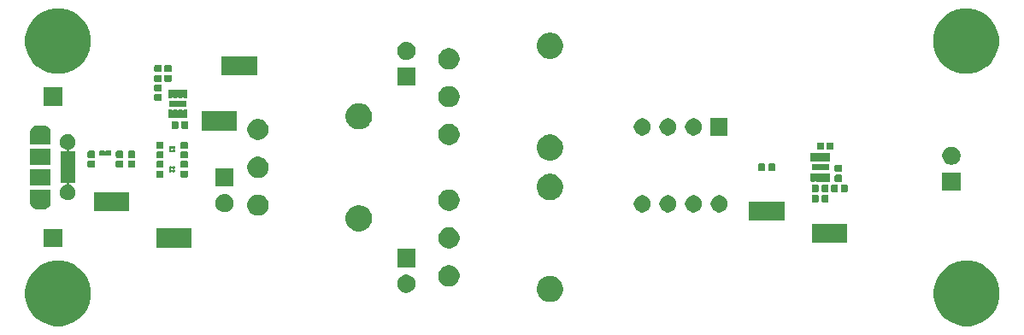
<source format=gbr>
G04 #@! TF.GenerationSoftware,KiCad,Pcbnew,(5.1.5-0-10_14)*
G04 #@! TF.CreationDate,2020-09-27T01:00:48-07:00*
G04 #@! TF.ProjectId,Bias_Tester,42696173-5f54-4657-9374-65722e6b6963,rev?*
G04 #@! TF.SameCoordinates,Original*
G04 #@! TF.FileFunction,Soldermask,Top*
G04 #@! TF.FilePolarity,Negative*
%FSLAX46Y46*%
G04 Gerber Fmt 4.6, Leading zero omitted, Abs format (unit mm)*
G04 Created by KiCad (PCBNEW (5.1.5-0-10_14)) date 2020-09-27 01:00:48*
%MOMM*%
%LPD*%
G04 APERTURE LIST*
%ADD10C,0.150000*%
G04 APERTURE END LIST*
D10*
G36*
X166447990Y-108374896D02*
G01*
X166447992Y-108374897D01*
X166447993Y-108374897D01*
X166621229Y-108446654D01*
X167039452Y-108619888D01*
X167305603Y-108797724D01*
X167571753Y-108975559D01*
X168024441Y-109428247D01*
X168189039Y-109674586D01*
X168380112Y-109960548D01*
X168625104Y-110552010D01*
X168750000Y-111179903D01*
X168750000Y-111820097D01*
X168625104Y-112447990D01*
X168380112Y-113039452D01*
X168024440Y-113571754D01*
X167571754Y-114024440D01*
X167039452Y-114380112D01*
X166621229Y-114553346D01*
X166447993Y-114625103D01*
X166447992Y-114625103D01*
X166447990Y-114625104D01*
X165820097Y-114750000D01*
X165179903Y-114750000D01*
X164552010Y-114625104D01*
X164552008Y-114625103D01*
X164552007Y-114625103D01*
X164378771Y-114553346D01*
X163960548Y-114380112D01*
X163428246Y-114024440D01*
X162975560Y-113571754D01*
X162619888Y-113039452D01*
X162374896Y-112447990D01*
X162250000Y-111820097D01*
X162250000Y-111179903D01*
X162374896Y-110552010D01*
X162619888Y-109960548D01*
X162810961Y-109674586D01*
X162975559Y-109428247D01*
X163428247Y-108975559D01*
X163694397Y-108797724D01*
X163960548Y-108619888D01*
X164378771Y-108446654D01*
X164552007Y-108374897D01*
X164552008Y-108374897D01*
X164552010Y-108374896D01*
X165179903Y-108250000D01*
X165820097Y-108250000D01*
X166447990Y-108374896D01*
G37*
G36*
X76447990Y-108374896D02*
G01*
X76447992Y-108374897D01*
X76447993Y-108374897D01*
X76621229Y-108446654D01*
X77039452Y-108619888D01*
X77305603Y-108797724D01*
X77571753Y-108975559D01*
X78024441Y-109428247D01*
X78189039Y-109674586D01*
X78380112Y-109960548D01*
X78625104Y-110552010D01*
X78750000Y-111179903D01*
X78750000Y-111820097D01*
X78625104Y-112447990D01*
X78380112Y-113039452D01*
X78024440Y-113571754D01*
X77571754Y-114024440D01*
X77039452Y-114380112D01*
X76621229Y-114553346D01*
X76447993Y-114625103D01*
X76447992Y-114625103D01*
X76447990Y-114625104D01*
X75820097Y-114750000D01*
X75179903Y-114750000D01*
X74552010Y-114625104D01*
X74552008Y-114625103D01*
X74552007Y-114625103D01*
X74378771Y-114553346D01*
X73960548Y-114380112D01*
X73428246Y-114024440D01*
X72975560Y-113571754D01*
X72619888Y-113039452D01*
X72374896Y-112447990D01*
X72250000Y-111820097D01*
X72250000Y-111179903D01*
X72374896Y-110552010D01*
X72619888Y-109960548D01*
X72810961Y-109674586D01*
X72975559Y-109428247D01*
X73428247Y-108975559D01*
X73694397Y-108797724D01*
X73960548Y-108619888D01*
X74378771Y-108446654D01*
X74552007Y-108374897D01*
X74552008Y-108374897D01*
X74552010Y-108374896D01*
X75179903Y-108250000D01*
X75820097Y-108250000D01*
X76447990Y-108374896D01*
G37*
G36*
X124609196Y-109799958D02*
G01*
X124609198Y-109799959D01*
X124609199Y-109799959D01*
X124696592Y-109836159D01*
X124845781Y-109897955D01*
X125058702Y-110040224D01*
X125239776Y-110221298D01*
X125382045Y-110434219D01*
X125480042Y-110670804D01*
X125530000Y-110921961D01*
X125530000Y-111178039D01*
X125480042Y-111429196D01*
X125382045Y-111665781D01*
X125239776Y-111878702D01*
X125058702Y-112059776D01*
X124845781Y-112202045D01*
X124696592Y-112263841D01*
X124609199Y-112300041D01*
X124609198Y-112300041D01*
X124609196Y-112300042D01*
X124358039Y-112350000D01*
X124101961Y-112350000D01*
X123850804Y-112300042D01*
X123850802Y-112300041D01*
X123850801Y-112300041D01*
X123763408Y-112263841D01*
X123614219Y-112202045D01*
X123401298Y-112059776D01*
X123220224Y-111878702D01*
X123077955Y-111665781D01*
X122979958Y-111429196D01*
X122930000Y-111178039D01*
X122930000Y-110921961D01*
X122979958Y-110670804D01*
X123077955Y-110434219D01*
X123220224Y-110221298D01*
X123401298Y-110040224D01*
X123614219Y-109897955D01*
X123763408Y-109836159D01*
X123850801Y-109799959D01*
X123850802Y-109799959D01*
X123850804Y-109799958D01*
X124101961Y-109750000D01*
X124358039Y-109750000D01*
X124609196Y-109799958D01*
G37*
G36*
X110262520Y-109674586D02*
G01*
X110262522Y-109674587D01*
X110262523Y-109674587D01*
X110323025Y-109699648D01*
X110426310Y-109742430D01*
X110573717Y-109840924D01*
X110699076Y-109966283D01*
X110797570Y-110113690D01*
X110865414Y-110277480D01*
X110900000Y-110451358D01*
X110900000Y-110628642D01*
X110865414Y-110802520D01*
X110797570Y-110966310D01*
X110699076Y-111113717D01*
X110573717Y-111239076D01*
X110426310Y-111337570D01*
X110323025Y-111380352D01*
X110262523Y-111405413D01*
X110262522Y-111405413D01*
X110262520Y-111405414D01*
X110088642Y-111440000D01*
X109911358Y-111440000D01*
X109737480Y-111405414D01*
X109737478Y-111405413D01*
X109737477Y-111405413D01*
X109676975Y-111380352D01*
X109573690Y-111337570D01*
X109426283Y-111239076D01*
X109300924Y-111113717D01*
X109202430Y-110966310D01*
X109134586Y-110802520D01*
X109100000Y-110628642D01*
X109100000Y-110451358D01*
X109134586Y-110277480D01*
X109202430Y-110113690D01*
X109300924Y-109966283D01*
X109426283Y-109840924D01*
X109573690Y-109742430D01*
X109676975Y-109699648D01*
X109737477Y-109674587D01*
X109737478Y-109674587D01*
X109737480Y-109674586D01*
X109911358Y-109640000D01*
X110088642Y-109640000D01*
X110262520Y-109674586D01*
G37*
G36*
X114536274Y-108740350D02*
G01*
X114727362Y-108819502D01*
X114899336Y-108934411D01*
X115045589Y-109080664D01*
X115160498Y-109252638D01*
X115239650Y-109443726D01*
X115280000Y-109646584D01*
X115280000Y-109853416D01*
X115239650Y-110056274D01*
X115160498Y-110247362D01*
X115045589Y-110419336D01*
X114899336Y-110565589D01*
X114727362Y-110680498D01*
X114536274Y-110759650D01*
X114333416Y-110800000D01*
X114126584Y-110800000D01*
X113923726Y-110759650D01*
X113732638Y-110680498D01*
X113560664Y-110565589D01*
X113414411Y-110419336D01*
X113299502Y-110247362D01*
X113220350Y-110056274D01*
X113180000Y-109853416D01*
X113180000Y-109646584D01*
X113220350Y-109443726D01*
X113299502Y-109252638D01*
X113414411Y-109080664D01*
X113560664Y-108934411D01*
X113732638Y-108819502D01*
X113923726Y-108740350D01*
X114126584Y-108700000D01*
X114333416Y-108700000D01*
X114536274Y-108740350D01*
G37*
G36*
X110900000Y-108900000D02*
G01*
X109100000Y-108900000D01*
X109100000Y-107100000D01*
X110900000Y-107100000D01*
X110900000Y-108900000D01*
G37*
G36*
X114536274Y-104990350D02*
G01*
X114727362Y-105069502D01*
X114899336Y-105184411D01*
X115045589Y-105330664D01*
X115160498Y-105502638D01*
X115239650Y-105693726D01*
X115280000Y-105896584D01*
X115280000Y-106103416D01*
X115239650Y-106306274D01*
X115160498Y-106497362D01*
X115045589Y-106669336D01*
X114899336Y-106815589D01*
X114727362Y-106930498D01*
X114536274Y-107009650D01*
X114333416Y-107050000D01*
X114126584Y-107050000D01*
X113923726Y-107009650D01*
X113732638Y-106930498D01*
X113560664Y-106815589D01*
X113414411Y-106669336D01*
X113299502Y-106497362D01*
X113220350Y-106306274D01*
X113180000Y-106103416D01*
X113180000Y-105896584D01*
X113220350Y-105693726D01*
X113299502Y-105502638D01*
X113414411Y-105330664D01*
X113560664Y-105184411D01*
X113732638Y-105069502D01*
X113923726Y-104990350D01*
X114126584Y-104950000D01*
X114333416Y-104950000D01*
X114536274Y-104990350D01*
G37*
G36*
X88720000Y-106950000D02*
G01*
X85220000Y-106950000D01*
X85220000Y-105050000D01*
X88720000Y-105050000D01*
X88720000Y-106950000D01*
G37*
G36*
X75900000Y-106900000D02*
G01*
X74100000Y-106900000D01*
X74100000Y-105100000D01*
X75900000Y-105100000D01*
X75900000Y-106900000D01*
G37*
G36*
X153650000Y-106510000D02*
G01*
X150150000Y-106510000D01*
X150150000Y-104610000D01*
X153650000Y-104610000D01*
X153650000Y-106510000D01*
G37*
G36*
X105679196Y-102799958D02*
G01*
X105679198Y-102799959D01*
X105679199Y-102799959D01*
X105766592Y-102836159D01*
X105915781Y-102897955D01*
X106128702Y-103040224D01*
X106309776Y-103221298D01*
X106452045Y-103434219D01*
X106550042Y-103670804D01*
X106600000Y-103921961D01*
X106600000Y-104178039D01*
X106550042Y-104429196D01*
X106452045Y-104665781D01*
X106309776Y-104878702D01*
X106128702Y-105059776D01*
X105915781Y-105202045D01*
X105766592Y-105263841D01*
X105679199Y-105300041D01*
X105679198Y-105300041D01*
X105679196Y-105300042D01*
X105428039Y-105350000D01*
X105171961Y-105350000D01*
X104920804Y-105300042D01*
X104920802Y-105300041D01*
X104920801Y-105300041D01*
X104833408Y-105263841D01*
X104684219Y-105202045D01*
X104471298Y-105059776D01*
X104290224Y-104878702D01*
X104147955Y-104665781D01*
X104049958Y-104429196D01*
X104000000Y-104178039D01*
X104000000Y-103921961D01*
X104049958Y-103670804D01*
X104147955Y-103434219D01*
X104290224Y-103221298D01*
X104471298Y-103040224D01*
X104684219Y-102897955D01*
X104833408Y-102836159D01*
X104920801Y-102799959D01*
X104920802Y-102799959D01*
X104920804Y-102799958D01*
X105171961Y-102750000D01*
X105428039Y-102750000D01*
X105679196Y-102799958D01*
G37*
G36*
X147450000Y-104270000D02*
G01*
X143950000Y-104270000D01*
X143950000Y-102370000D01*
X147450000Y-102370000D01*
X147450000Y-104270000D01*
G37*
G36*
X95606274Y-101740350D02*
G01*
X95797362Y-101819502D01*
X95969336Y-101934411D01*
X96115589Y-102080664D01*
X96230498Y-102252638D01*
X96309650Y-102443726D01*
X96350000Y-102646584D01*
X96350000Y-102853416D01*
X96309650Y-103056274D01*
X96230498Y-103247362D01*
X96115589Y-103419336D01*
X95969336Y-103565589D01*
X95797362Y-103680498D01*
X95606274Y-103759650D01*
X95403416Y-103800000D01*
X95196584Y-103800000D01*
X94993726Y-103759650D01*
X94802638Y-103680498D01*
X94630664Y-103565589D01*
X94484411Y-103419336D01*
X94369502Y-103247362D01*
X94290350Y-103056274D01*
X94250000Y-102853416D01*
X94250000Y-102646584D01*
X94290350Y-102443726D01*
X94369502Y-102252638D01*
X94484411Y-102080664D01*
X94630664Y-101934411D01*
X94802638Y-101819502D01*
X94993726Y-101740350D01*
X95196584Y-101700000D01*
X95403416Y-101700000D01*
X95606274Y-101740350D01*
G37*
G36*
X141247936Y-101802665D02*
G01*
X141247938Y-101802666D01*
X141247939Y-101802666D01*
X141402628Y-101866740D01*
X141541842Y-101959760D01*
X141660240Y-102078158D01*
X141753260Y-102217372D01*
X141809611Y-102353416D01*
X141817335Y-102372064D01*
X141850000Y-102536282D01*
X141850000Y-102703718D01*
X141820224Y-102853413D01*
X141817334Y-102867939D01*
X141753260Y-103022628D01*
X141660240Y-103161842D01*
X141541842Y-103280240D01*
X141402628Y-103373260D01*
X141247939Y-103437334D01*
X141247938Y-103437334D01*
X141247936Y-103437335D01*
X141083718Y-103470000D01*
X140916282Y-103470000D01*
X140752064Y-103437335D01*
X140752062Y-103437334D01*
X140752061Y-103437334D01*
X140597372Y-103373260D01*
X140458158Y-103280240D01*
X140339760Y-103161842D01*
X140246740Y-103022628D01*
X140182666Y-102867939D01*
X140179777Y-102853413D01*
X140150000Y-102703718D01*
X140150000Y-102536282D01*
X140182665Y-102372064D01*
X140190389Y-102353416D01*
X140246740Y-102217372D01*
X140339760Y-102078158D01*
X140458158Y-101959760D01*
X140597372Y-101866740D01*
X140752061Y-101802666D01*
X140752062Y-101802666D01*
X140752064Y-101802665D01*
X140916282Y-101770000D01*
X141083718Y-101770000D01*
X141247936Y-101802665D01*
G37*
G36*
X138707936Y-101802665D02*
G01*
X138707938Y-101802666D01*
X138707939Y-101802666D01*
X138862628Y-101866740D01*
X139001842Y-101959760D01*
X139120240Y-102078158D01*
X139213260Y-102217372D01*
X139269611Y-102353416D01*
X139277335Y-102372064D01*
X139310000Y-102536282D01*
X139310000Y-102703718D01*
X139280224Y-102853413D01*
X139277334Y-102867939D01*
X139213260Y-103022628D01*
X139120240Y-103161842D01*
X139001842Y-103280240D01*
X138862628Y-103373260D01*
X138707939Y-103437334D01*
X138707938Y-103437334D01*
X138707936Y-103437335D01*
X138543718Y-103470000D01*
X138376282Y-103470000D01*
X138212064Y-103437335D01*
X138212062Y-103437334D01*
X138212061Y-103437334D01*
X138057372Y-103373260D01*
X137918158Y-103280240D01*
X137799760Y-103161842D01*
X137706740Y-103022628D01*
X137642666Y-102867939D01*
X137639777Y-102853413D01*
X137610000Y-102703718D01*
X137610000Y-102536282D01*
X137642665Y-102372064D01*
X137650389Y-102353416D01*
X137706740Y-102217372D01*
X137799760Y-102078158D01*
X137918158Y-101959760D01*
X138057372Y-101866740D01*
X138212061Y-101802666D01*
X138212062Y-101802666D01*
X138212064Y-101802665D01*
X138376282Y-101770000D01*
X138543718Y-101770000D01*
X138707936Y-101802665D01*
G37*
G36*
X136167936Y-101802665D02*
G01*
X136167938Y-101802666D01*
X136167939Y-101802666D01*
X136322628Y-101866740D01*
X136461842Y-101959760D01*
X136580240Y-102078158D01*
X136673260Y-102217372D01*
X136729611Y-102353416D01*
X136737335Y-102372064D01*
X136770000Y-102536282D01*
X136770000Y-102703718D01*
X136740224Y-102853413D01*
X136737334Y-102867939D01*
X136673260Y-103022628D01*
X136580240Y-103161842D01*
X136461842Y-103280240D01*
X136322628Y-103373260D01*
X136167939Y-103437334D01*
X136167938Y-103437334D01*
X136167936Y-103437335D01*
X136003718Y-103470000D01*
X135836282Y-103470000D01*
X135672064Y-103437335D01*
X135672062Y-103437334D01*
X135672061Y-103437334D01*
X135517372Y-103373260D01*
X135378158Y-103280240D01*
X135259760Y-103161842D01*
X135166740Y-103022628D01*
X135102666Y-102867939D01*
X135099777Y-102853413D01*
X135070000Y-102703718D01*
X135070000Y-102536282D01*
X135102665Y-102372064D01*
X135110389Y-102353416D01*
X135166740Y-102217372D01*
X135259760Y-102078158D01*
X135378158Y-101959760D01*
X135517372Y-101866740D01*
X135672061Y-101802666D01*
X135672062Y-101802666D01*
X135672064Y-101802665D01*
X135836282Y-101770000D01*
X136003718Y-101770000D01*
X136167936Y-101802665D01*
G37*
G36*
X133627936Y-101802665D02*
G01*
X133627938Y-101802666D01*
X133627939Y-101802666D01*
X133782628Y-101866740D01*
X133921842Y-101959760D01*
X134040240Y-102078158D01*
X134133260Y-102217372D01*
X134189611Y-102353416D01*
X134197335Y-102372064D01*
X134230000Y-102536282D01*
X134230000Y-102703718D01*
X134200224Y-102853413D01*
X134197334Y-102867939D01*
X134133260Y-103022628D01*
X134040240Y-103161842D01*
X133921842Y-103280240D01*
X133782628Y-103373260D01*
X133627939Y-103437334D01*
X133627938Y-103437334D01*
X133627936Y-103437335D01*
X133463718Y-103470000D01*
X133296282Y-103470000D01*
X133132064Y-103437335D01*
X133132062Y-103437334D01*
X133132061Y-103437334D01*
X132977372Y-103373260D01*
X132838158Y-103280240D01*
X132719760Y-103161842D01*
X132626740Y-103022628D01*
X132562666Y-102867939D01*
X132559777Y-102853413D01*
X132530000Y-102703718D01*
X132530000Y-102536282D01*
X132562665Y-102372064D01*
X132570389Y-102353416D01*
X132626740Y-102217372D01*
X132719760Y-102078158D01*
X132838158Y-101959760D01*
X132977372Y-101866740D01*
X133132061Y-101802666D01*
X133132062Y-101802666D01*
X133132064Y-101802665D01*
X133296282Y-101770000D01*
X133463718Y-101770000D01*
X133627936Y-101802665D01*
G37*
G36*
X92262520Y-101674586D02*
G01*
X92262522Y-101674587D01*
X92262523Y-101674587D01*
X92323025Y-101699648D01*
X92426310Y-101742430D01*
X92573717Y-101840924D01*
X92699076Y-101966283D01*
X92797570Y-102113690D01*
X92797570Y-102113691D01*
X92854032Y-102250000D01*
X92865414Y-102277480D01*
X92900000Y-102451358D01*
X92900000Y-102628642D01*
X92865414Y-102802520D01*
X92797570Y-102966310D01*
X92699076Y-103113717D01*
X92573717Y-103239076D01*
X92426310Y-103337570D01*
X92372159Y-103360000D01*
X92262523Y-103405413D01*
X92262522Y-103405413D01*
X92262520Y-103405414D01*
X92088642Y-103440000D01*
X91911358Y-103440000D01*
X91737480Y-103405414D01*
X91737478Y-103405413D01*
X91737477Y-103405413D01*
X91627841Y-103360000D01*
X91573690Y-103337570D01*
X91426283Y-103239076D01*
X91300924Y-103113717D01*
X91202430Y-102966310D01*
X91134586Y-102802520D01*
X91100000Y-102628642D01*
X91100000Y-102451358D01*
X91134586Y-102277480D01*
X91145969Y-102250000D01*
X91202430Y-102113691D01*
X91202430Y-102113690D01*
X91300924Y-101966283D01*
X91426283Y-101840924D01*
X91573690Y-101742430D01*
X91676975Y-101699648D01*
X91737477Y-101674587D01*
X91737478Y-101674587D01*
X91737480Y-101674586D01*
X91911358Y-101640000D01*
X92088642Y-101640000D01*
X92262520Y-101674586D01*
G37*
G36*
X82580000Y-103360000D02*
G01*
X79080000Y-103360000D01*
X79080000Y-101460000D01*
X82580000Y-101460000D01*
X82580000Y-103360000D01*
G37*
G36*
X114536274Y-101240350D02*
G01*
X114727362Y-101319502D01*
X114899336Y-101434411D01*
X115045589Y-101580664D01*
X115160498Y-101752638D01*
X115239650Y-101943726D01*
X115280000Y-102146584D01*
X115280000Y-102353416D01*
X115239650Y-102556274D01*
X115160498Y-102747362D01*
X115045589Y-102919336D01*
X114899336Y-103065589D01*
X114727362Y-103180498D01*
X114536274Y-103259650D01*
X114333416Y-103300000D01*
X114126584Y-103300000D01*
X113923726Y-103259650D01*
X113732638Y-103180498D01*
X113560664Y-103065589D01*
X113414411Y-102919336D01*
X113299502Y-102747362D01*
X113220350Y-102556274D01*
X113180000Y-102353416D01*
X113180000Y-102146584D01*
X113220350Y-101943726D01*
X113299502Y-101752638D01*
X113414411Y-101580664D01*
X113560664Y-101434411D01*
X113732638Y-101319502D01*
X113923726Y-101240350D01*
X114126584Y-101200000D01*
X114333416Y-101200000D01*
X114536274Y-101240350D01*
G37*
G36*
X74762500Y-102463165D02*
G01*
X74762982Y-102472967D01*
X74765645Y-102500000D01*
X74762982Y-102527033D01*
X74762500Y-102536835D01*
X74762500Y-102603980D01*
X74758357Y-102611731D01*
X74755051Y-102620971D01*
X74753095Y-102627418D01*
X74753095Y-102627422D01*
X74747282Y-102646584D01*
X74715927Y-102749949D01*
X74689196Y-102799958D01*
X74655570Y-102862868D01*
X74574343Y-102961843D01*
X74475368Y-103043070D01*
X74475366Y-103043071D01*
X74362449Y-103103427D01*
X74342989Y-103109330D01*
X74239922Y-103140595D01*
X74144432Y-103150000D01*
X73380568Y-103150000D01*
X73285078Y-103140595D01*
X73182011Y-103109330D01*
X73162551Y-103103427D01*
X73049634Y-103043071D01*
X73049632Y-103043070D01*
X72950657Y-102961843D01*
X72869430Y-102862868D01*
X72835804Y-102799958D01*
X72809073Y-102749949D01*
X72777718Y-102646584D01*
X72771905Y-102627422D01*
X72771905Y-102627418D01*
X72769949Y-102620971D01*
X72762500Y-102602988D01*
X72762500Y-102536835D01*
X72762018Y-102527033D01*
X72759355Y-102500000D01*
X72762018Y-102472967D01*
X72762500Y-102463165D01*
X72762500Y-101250000D01*
X74762500Y-101250000D01*
X74762500Y-102463165D01*
G37*
G36*
X150761305Y-101732829D02*
G01*
X150784196Y-101739773D01*
X150805288Y-101751047D01*
X150823779Y-101766221D01*
X150838953Y-101784712D01*
X150850227Y-101805804D01*
X150857171Y-101828695D01*
X150860000Y-101857417D01*
X150860000Y-102342583D01*
X150857171Y-102371305D01*
X150850227Y-102394196D01*
X150838953Y-102415288D01*
X150823779Y-102433779D01*
X150805288Y-102448953D01*
X150784196Y-102460227D01*
X150761305Y-102467171D01*
X150732583Y-102470000D01*
X150297417Y-102470000D01*
X150268695Y-102467171D01*
X150245804Y-102460227D01*
X150224712Y-102448953D01*
X150206221Y-102433779D01*
X150191047Y-102415288D01*
X150179773Y-102394196D01*
X150172829Y-102371305D01*
X150170000Y-102342583D01*
X150170000Y-101857417D01*
X150172829Y-101828695D01*
X150179773Y-101805804D01*
X150191047Y-101784712D01*
X150206221Y-101766221D01*
X150224712Y-101751047D01*
X150245804Y-101739773D01*
X150268695Y-101732829D01*
X150297417Y-101730000D01*
X150732583Y-101730000D01*
X150761305Y-101732829D01*
G37*
G36*
X151731305Y-101732829D02*
G01*
X151754196Y-101739773D01*
X151775288Y-101751047D01*
X151793779Y-101766221D01*
X151808953Y-101784712D01*
X151820227Y-101805804D01*
X151827171Y-101828695D01*
X151830000Y-101857417D01*
X151830000Y-102342583D01*
X151827171Y-102371305D01*
X151820227Y-102394196D01*
X151808953Y-102415288D01*
X151793779Y-102433779D01*
X151775288Y-102448953D01*
X151754196Y-102460227D01*
X151731305Y-102467171D01*
X151702583Y-102470000D01*
X151267417Y-102470000D01*
X151238695Y-102467171D01*
X151215804Y-102460227D01*
X151194712Y-102448953D01*
X151176221Y-102433779D01*
X151161047Y-102415288D01*
X151149773Y-102394196D01*
X151142829Y-102371305D01*
X151140000Y-102342583D01*
X151140000Y-101857417D01*
X151142829Y-101828695D01*
X151149773Y-101805804D01*
X151161047Y-101784712D01*
X151176221Y-101766221D01*
X151194712Y-101751047D01*
X151215804Y-101739773D01*
X151238695Y-101732829D01*
X151267417Y-101730000D01*
X151702583Y-101730000D01*
X151731305Y-101732829D01*
G37*
G36*
X76588740Y-95734928D02*
G01*
X76688561Y-95754783D01*
X76829602Y-95813205D01*
X76956533Y-95898017D01*
X77064483Y-96005967D01*
X77149295Y-96132898D01*
X77207717Y-96273939D01*
X77237500Y-96423670D01*
X77237500Y-96576330D01*
X77207717Y-96726061D01*
X77149295Y-96867102D01*
X77064483Y-96994033D01*
X76956533Y-97101983D01*
X76829602Y-97186795D01*
X76688561Y-97245217D01*
X76654848Y-97251923D01*
X76636089Y-97257614D01*
X76618800Y-97266855D01*
X76603646Y-97279291D01*
X76591210Y-97294444D01*
X76581969Y-97311733D01*
X76576279Y-97330492D01*
X76574357Y-97350000D01*
X76576278Y-97369509D01*
X76581969Y-97388268D01*
X76591210Y-97405557D01*
X76603646Y-97420711D01*
X76618799Y-97433147D01*
X76636088Y-97442388D01*
X76654847Y-97448078D01*
X76674356Y-97450000D01*
X77187500Y-97450000D01*
X77187500Y-100550000D01*
X76674356Y-100550000D01*
X76654847Y-100551921D01*
X76636088Y-100557612D01*
X76618800Y-100566853D01*
X76603646Y-100579289D01*
X76591210Y-100594443D01*
X76581969Y-100611731D01*
X76576278Y-100630490D01*
X76574357Y-100649999D01*
X76576278Y-100669508D01*
X76581969Y-100688267D01*
X76591210Y-100705555D01*
X76603646Y-100720709D01*
X76618800Y-100733145D01*
X76636088Y-100742386D01*
X76654848Y-100748077D01*
X76688561Y-100754783D01*
X76829602Y-100813205D01*
X76956533Y-100898017D01*
X77064483Y-101005967D01*
X77149295Y-101132898D01*
X77207717Y-101273939D01*
X77237500Y-101423670D01*
X77237500Y-101576330D01*
X77207717Y-101726061D01*
X77149295Y-101867102D01*
X77064483Y-101994033D01*
X76956533Y-102101983D01*
X76829602Y-102186795D01*
X76688561Y-102245217D01*
X76588740Y-102265072D01*
X76538831Y-102275000D01*
X76386169Y-102275000D01*
X76336260Y-102265072D01*
X76236439Y-102245217D01*
X76095398Y-102186795D01*
X75968467Y-102101983D01*
X75860517Y-101994033D01*
X75775705Y-101867102D01*
X75717283Y-101726061D01*
X75687500Y-101576330D01*
X75687500Y-101423670D01*
X75717283Y-101273939D01*
X75775705Y-101132898D01*
X75860517Y-101005967D01*
X75968467Y-100898017D01*
X76095398Y-100813205D01*
X76236439Y-100754783D01*
X76270152Y-100748077D01*
X76288911Y-100742386D01*
X76306200Y-100733145D01*
X76321354Y-100720709D01*
X76333790Y-100705556D01*
X76343031Y-100688267D01*
X76348721Y-100669508D01*
X76350643Y-100650000D01*
X76348722Y-100630491D01*
X76343031Y-100611732D01*
X76333790Y-100594443D01*
X76321354Y-100579289D01*
X76306201Y-100566853D01*
X76288912Y-100557612D01*
X76270153Y-100551922D01*
X76250644Y-100550000D01*
X75737500Y-100550000D01*
X75737500Y-97450000D01*
X76250644Y-97450000D01*
X76270153Y-97448079D01*
X76288912Y-97442388D01*
X76306200Y-97433147D01*
X76321354Y-97420711D01*
X76333790Y-97405557D01*
X76343031Y-97388269D01*
X76348722Y-97369510D01*
X76350643Y-97350001D01*
X76348722Y-97330492D01*
X76343031Y-97311733D01*
X76333790Y-97294445D01*
X76321354Y-97279291D01*
X76306200Y-97266855D01*
X76288912Y-97257614D01*
X76270152Y-97251923D01*
X76236439Y-97245217D01*
X76095398Y-97186795D01*
X75968467Y-97101983D01*
X75860517Y-96994033D01*
X75775705Y-96867102D01*
X75717283Y-96726061D01*
X75687500Y-96576330D01*
X75687500Y-96423670D01*
X75717283Y-96273939D01*
X75775705Y-96132898D01*
X75860517Y-96005967D01*
X75968467Y-95898017D01*
X76095398Y-95813205D01*
X76236439Y-95754783D01*
X76336260Y-95734928D01*
X76386169Y-95725000D01*
X76538831Y-95725000D01*
X76588740Y-95734928D01*
G37*
G36*
X124609196Y-99699958D02*
G01*
X124609198Y-99699959D01*
X124609199Y-99699959D01*
X124696592Y-99736159D01*
X124845781Y-99797955D01*
X125058702Y-99940224D01*
X125239776Y-100121298D01*
X125382045Y-100334219D01*
X125416280Y-100416869D01*
X125478406Y-100566853D01*
X125480042Y-100570804D01*
X125530000Y-100821961D01*
X125530000Y-101078039D01*
X125486347Y-101297500D01*
X125480041Y-101329199D01*
X125462600Y-101371305D01*
X125382045Y-101565781D01*
X125239776Y-101778702D01*
X125058702Y-101959776D01*
X124845781Y-102102045D01*
X124738247Y-102146587D01*
X124609199Y-102200041D01*
X124609198Y-102200041D01*
X124609196Y-102200042D01*
X124358039Y-102250000D01*
X124101961Y-102250000D01*
X123850804Y-102200042D01*
X123850802Y-102200041D01*
X123850801Y-102200041D01*
X123721753Y-102146587D01*
X123614219Y-102102045D01*
X123401298Y-101959776D01*
X123220224Y-101778702D01*
X123077955Y-101565781D01*
X122997400Y-101371305D01*
X122979959Y-101329199D01*
X122973654Y-101297500D01*
X122930000Y-101078039D01*
X122930000Y-100821961D01*
X122979958Y-100570804D01*
X122981595Y-100566853D01*
X123043720Y-100416869D01*
X123077955Y-100334219D01*
X123220224Y-100121298D01*
X123401298Y-99940224D01*
X123614219Y-99797955D01*
X123763408Y-99736159D01*
X123850801Y-99699959D01*
X123850802Y-99699959D01*
X123850804Y-99699958D01*
X124101961Y-99650000D01*
X124358039Y-99650000D01*
X124609196Y-99699958D01*
G37*
G36*
X152661305Y-100732829D02*
G01*
X152684196Y-100739773D01*
X152705288Y-100751047D01*
X152723779Y-100766221D01*
X152738953Y-100784712D01*
X152750227Y-100805804D01*
X152757171Y-100828695D01*
X152760000Y-100857417D01*
X152760000Y-101342583D01*
X152757171Y-101371305D01*
X152750227Y-101394196D01*
X152738953Y-101415288D01*
X152723779Y-101433779D01*
X152705288Y-101448953D01*
X152684196Y-101460227D01*
X152661305Y-101467171D01*
X152632583Y-101470000D01*
X152197417Y-101470000D01*
X152168695Y-101467171D01*
X152145804Y-101460227D01*
X152124712Y-101448953D01*
X152106221Y-101433779D01*
X152091047Y-101415288D01*
X152079773Y-101394196D01*
X152072829Y-101371305D01*
X152070000Y-101342583D01*
X152070000Y-100857417D01*
X152072829Y-100828695D01*
X152079773Y-100805804D01*
X152091047Y-100784712D01*
X152106221Y-100766221D01*
X152124712Y-100751047D01*
X152145804Y-100739773D01*
X152168695Y-100732829D01*
X152197417Y-100730000D01*
X152632583Y-100730000D01*
X152661305Y-100732829D01*
G37*
G36*
X153631305Y-100732829D02*
G01*
X153654196Y-100739773D01*
X153675288Y-100751047D01*
X153693779Y-100766221D01*
X153708953Y-100784712D01*
X153720227Y-100805804D01*
X153727171Y-100828695D01*
X153730000Y-100857417D01*
X153730000Y-101342583D01*
X153727171Y-101371305D01*
X153720227Y-101394196D01*
X153708953Y-101415288D01*
X153693779Y-101433779D01*
X153675288Y-101448953D01*
X153654196Y-101460227D01*
X153631305Y-101467171D01*
X153602583Y-101470000D01*
X153167417Y-101470000D01*
X153138695Y-101467171D01*
X153115804Y-101460227D01*
X153094712Y-101448953D01*
X153076221Y-101433779D01*
X153061047Y-101415288D01*
X153049773Y-101394196D01*
X153042829Y-101371305D01*
X153040000Y-101342583D01*
X153040000Y-100857417D01*
X153042829Y-100828695D01*
X153049773Y-100805804D01*
X153061047Y-100784712D01*
X153076221Y-100766221D01*
X153094712Y-100751047D01*
X153115804Y-100739773D01*
X153138695Y-100732829D01*
X153167417Y-100730000D01*
X153602583Y-100730000D01*
X153631305Y-100732829D01*
G37*
G36*
X150761305Y-100732829D02*
G01*
X150784196Y-100739773D01*
X150805288Y-100751047D01*
X150823779Y-100766221D01*
X150838953Y-100784712D01*
X150850227Y-100805804D01*
X150857171Y-100828695D01*
X150860000Y-100857417D01*
X150860000Y-101342583D01*
X150857171Y-101371305D01*
X150850227Y-101394196D01*
X150838953Y-101415288D01*
X150823779Y-101433779D01*
X150805288Y-101448953D01*
X150784196Y-101460227D01*
X150761305Y-101467171D01*
X150732583Y-101470000D01*
X150297417Y-101470000D01*
X150268695Y-101467171D01*
X150245804Y-101460227D01*
X150224712Y-101448953D01*
X150206221Y-101433779D01*
X150191047Y-101415288D01*
X150179773Y-101394196D01*
X150172829Y-101371305D01*
X150170000Y-101342583D01*
X150170000Y-100857417D01*
X150172829Y-100828695D01*
X150179773Y-100805804D01*
X150191047Y-100784712D01*
X150206221Y-100766221D01*
X150224712Y-100751047D01*
X150245804Y-100739773D01*
X150268695Y-100732829D01*
X150297417Y-100730000D01*
X150732583Y-100730000D01*
X150761305Y-100732829D01*
G37*
G36*
X151731305Y-100732829D02*
G01*
X151754196Y-100739773D01*
X151775288Y-100751047D01*
X151793779Y-100766221D01*
X151808953Y-100784712D01*
X151820227Y-100805804D01*
X151827171Y-100828695D01*
X151830000Y-100857417D01*
X151830000Y-101342583D01*
X151827171Y-101371305D01*
X151820227Y-101394196D01*
X151808953Y-101415288D01*
X151793779Y-101433779D01*
X151775288Y-101448953D01*
X151754196Y-101460227D01*
X151731305Y-101467171D01*
X151702583Y-101470000D01*
X151267417Y-101470000D01*
X151238695Y-101467171D01*
X151215804Y-101460227D01*
X151194712Y-101448953D01*
X151176221Y-101433779D01*
X151161047Y-101415288D01*
X151149773Y-101394196D01*
X151142829Y-101371305D01*
X151140000Y-101342583D01*
X151140000Y-100857417D01*
X151142829Y-100828695D01*
X151149773Y-100805804D01*
X151161047Y-100784712D01*
X151176221Y-100766221D01*
X151194712Y-100751047D01*
X151215804Y-100739773D01*
X151238695Y-100732829D01*
X151267417Y-100730000D01*
X151702583Y-100730000D01*
X151731305Y-100732829D01*
G37*
G36*
X164900000Y-101300000D02*
G01*
X163100000Y-101300000D01*
X163100000Y-99500000D01*
X164900000Y-99500000D01*
X164900000Y-101300000D01*
G37*
G36*
X92900000Y-100900000D02*
G01*
X91100000Y-100900000D01*
X91100000Y-99100000D01*
X92900000Y-99100000D01*
X92900000Y-100900000D01*
G37*
G36*
X74762500Y-100800000D02*
G01*
X72762500Y-100800000D01*
X72762500Y-99200000D01*
X74762500Y-99200000D01*
X74762500Y-100800000D01*
G37*
G36*
X153071305Y-99742829D02*
G01*
X153094196Y-99749773D01*
X153115288Y-99761047D01*
X153133779Y-99776221D01*
X153148953Y-99794712D01*
X153160227Y-99815804D01*
X153167171Y-99838695D01*
X153170000Y-99867417D01*
X153170000Y-100302583D01*
X153167171Y-100331305D01*
X153160227Y-100354196D01*
X153148953Y-100375288D01*
X153133779Y-100393779D01*
X153115288Y-100408953D01*
X153094196Y-100420227D01*
X153071305Y-100427171D01*
X153042583Y-100430000D01*
X152557417Y-100430000D01*
X152528695Y-100427171D01*
X152505804Y-100420227D01*
X152484712Y-100408953D01*
X152466221Y-100393779D01*
X152451047Y-100375288D01*
X152439773Y-100354196D01*
X152432829Y-100331305D01*
X152430000Y-100302583D01*
X152430000Y-99867417D01*
X152432829Y-99838695D01*
X152439773Y-99815804D01*
X152451047Y-99794712D01*
X152466221Y-99776221D01*
X152484712Y-99761047D01*
X152505804Y-99749773D01*
X152528695Y-99742829D01*
X152557417Y-99740000D01*
X153042583Y-99740000D01*
X153071305Y-99742829D01*
G37*
G36*
X150409661Y-99576436D02*
G01*
X150418950Y-99579253D01*
X150427511Y-99583829D01*
X150436560Y-99591256D01*
X150452860Y-99602148D01*
X150470970Y-99609650D01*
X150490197Y-99613474D01*
X150509800Y-99613475D01*
X150529027Y-99609650D01*
X150547138Y-99602149D01*
X150563440Y-99591256D01*
X150572489Y-99583829D01*
X150581050Y-99579253D01*
X150590339Y-99576436D01*
X150604917Y-99575000D01*
X150895083Y-99575000D01*
X150909661Y-99576436D01*
X150918950Y-99579253D01*
X150927511Y-99583829D01*
X150936560Y-99591256D01*
X150952860Y-99602148D01*
X150970970Y-99609650D01*
X150990197Y-99613474D01*
X151009800Y-99613475D01*
X151029027Y-99609650D01*
X151047138Y-99602149D01*
X151063440Y-99591256D01*
X151072489Y-99583829D01*
X151081050Y-99579253D01*
X151090339Y-99576436D01*
X151104917Y-99575000D01*
X151395083Y-99575000D01*
X151409661Y-99576436D01*
X151418950Y-99579253D01*
X151427511Y-99583829D01*
X151436560Y-99591256D01*
X151452860Y-99602148D01*
X151470970Y-99609650D01*
X151490197Y-99613474D01*
X151509800Y-99613475D01*
X151529027Y-99609650D01*
X151547138Y-99602149D01*
X151563440Y-99591256D01*
X151572489Y-99583829D01*
X151581050Y-99579253D01*
X151590339Y-99576436D01*
X151604917Y-99575000D01*
X151895083Y-99575000D01*
X151909661Y-99576436D01*
X151918950Y-99579253D01*
X151927507Y-99583827D01*
X151935013Y-99589987D01*
X151941173Y-99597493D01*
X151945747Y-99606050D01*
X151948564Y-99615339D01*
X151950000Y-99629917D01*
X151950000Y-100370083D01*
X151948564Y-100384661D01*
X151945747Y-100393950D01*
X151941173Y-100402507D01*
X151935013Y-100410013D01*
X151927507Y-100416173D01*
X151918950Y-100420747D01*
X151909661Y-100423564D01*
X151895083Y-100425000D01*
X151604917Y-100425000D01*
X151590339Y-100423564D01*
X151581050Y-100420747D01*
X151572489Y-100416171D01*
X151563440Y-100408744D01*
X151547140Y-100397852D01*
X151529030Y-100390350D01*
X151509803Y-100386526D01*
X151490200Y-100386525D01*
X151470973Y-100390350D01*
X151452862Y-100397851D01*
X151436560Y-100408744D01*
X151427511Y-100416171D01*
X151418950Y-100420747D01*
X151409661Y-100423564D01*
X151395083Y-100425000D01*
X151104917Y-100425000D01*
X151090339Y-100423564D01*
X151081050Y-100420747D01*
X151072489Y-100416171D01*
X151063440Y-100408744D01*
X151047140Y-100397852D01*
X151029030Y-100390350D01*
X151009803Y-100386526D01*
X150990200Y-100386525D01*
X150970973Y-100390350D01*
X150952862Y-100397851D01*
X150936560Y-100408744D01*
X150927511Y-100416171D01*
X150918950Y-100420747D01*
X150909661Y-100423564D01*
X150895083Y-100425000D01*
X150604917Y-100425000D01*
X150590339Y-100423564D01*
X150581050Y-100420747D01*
X150572489Y-100416171D01*
X150563440Y-100408744D01*
X150547140Y-100397852D01*
X150529030Y-100390350D01*
X150509803Y-100386526D01*
X150490200Y-100386525D01*
X150470973Y-100390350D01*
X150452862Y-100397851D01*
X150436560Y-100408744D01*
X150427511Y-100416171D01*
X150418950Y-100420747D01*
X150409661Y-100423564D01*
X150395083Y-100425000D01*
X150104917Y-100425000D01*
X150090339Y-100423564D01*
X150081050Y-100420747D01*
X150072493Y-100416173D01*
X150064987Y-100410013D01*
X150058827Y-100402507D01*
X150054253Y-100393950D01*
X150051436Y-100384661D01*
X150050000Y-100370083D01*
X150050000Y-99629917D01*
X150051436Y-99615339D01*
X150054253Y-99606050D01*
X150058827Y-99597493D01*
X150064987Y-99589987D01*
X150072493Y-99583827D01*
X150081050Y-99579253D01*
X150090339Y-99576436D01*
X150104917Y-99575000D01*
X150395083Y-99575000D01*
X150409661Y-99576436D01*
G37*
G36*
X95606274Y-97990350D02*
G01*
X95797362Y-98069502D01*
X95969336Y-98184411D01*
X96115589Y-98330664D01*
X96230498Y-98502638D01*
X96309650Y-98693726D01*
X96350000Y-98896584D01*
X96350000Y-99103416D01*
X96309650Y-99306274D01*
X96230498Y-99497362D01*
X96115589Y-99669336D01*
X95969336Y-99815589D01*
X95797362Y-99930498D01*
X95606274Y-100009650D01*
X95403416Y-100050000D01*
X95196584Y-100050000D01*
X94993726Y-100009650D01*
X94802638Y-99930498D01*
X94630664Y-99815589D01*
X94484411Y-99669336D01*
X94369502Y-99497362D01*
X94290350Y-99306274D01*
X94250000Y-99103416D01*
X94250000Y-98896584D01*
X94290350Y-98693726D01*
X94369502Y-98502638D01*
X94484411Y-98330664D01*
X94630664Y-98184411D01*
X94802638Y-98069502D01*
X94993726Y-97990350D01*
X95196584Y-97950000D01*
X95403416Y-97950000D01*
X95606274Y-97990350D01*
G37*
G36*
X85871305Y-99342829D02*
G01*
X85894196Y-99349773D01*
X85915288Y-99361047D01*
X85933779Y-99376221D01*
X85948953Y-99394712D01*
X85960227Y-99415804D01*
X85967171Y-99438695D01*
X85970000Y-99467417D01*
X85970000Y-99902583D01*
X85967171Y-99931305D01*
X85960227Y-99954196D01*
X85948953Y-99975288D01*
X85933779Y-99993779D01*
X85915288Y-100008953D01*
X85894196Y-100020227D01*
X85871305Y-100027171D01*
X85842583Y-100030000D01*
X85357417Y-100030000D01*
X85328695Y-100027171D01*
X85305804Y-100020227D01*
X85284712Y-100008953D01*
X85266221Y-99993779D01*
X85251047Y-99975288D01*
X85239773Y-99954196D01*
X85232829Y-99931305D01*
X85230000Y-99902583D01*
X85230000Y-99467417D01*
X85232829Y-99438695D01*
X85239773Y-99415804D01*
X85251047Y-99394712D01*
X85266221Y-99376221D01*
X85284712Y-99361047D01*
X85305804Y-99349773D01*
X85328695Y-99342829D01*
X85357417Y-99340000D01*
X85842583Y-99340000D01*
X85871305Y-99342829D01*
G37*
G36*
X88271305Y-99342829D02*
G01*
X88294196Y-99349773D01*
X88315288Y-99361047D01*
X88333779Y-99376221D01*
X88348953Y-99394712D01*
X88360227Y-99415804D01*
X88367171Y-99438695D01*
X88370000Y-99467417D01*
X88370000Y-99902583D01*
X88367171Y-99931305D01*
X88360227Y-99954196D01*
X88348953Y-99975288D01*
X88333779Y-99993779D01*
X88315288Y-100008953D01*
X88294196Y-100020227D01*
X88271305Y-100027171D01*
X88242583Y-100030000D01*
X87757417Y-100030000D01*
X87728695Y-100027171D01*
X87705804Y-100020227D01*
X87684712Y-100008953D01*
X87666221Y-99993779D01*
X87651047Y-99975288D01*
X87639773Y-99954196D01*
X87632829Y-99931305D01*
X87630000Y-99902583D01*
X87630000Y-99467417D01*
X87632829Y-99438695D01*
X87639773Y-99415804D01*
X87651047Y-99394712D01*
X87666221Y-99376221D01*
X87684712Y-99361047D01*
X87705804Y-99349773D01*
X87728695Y-99342829D01*
X87757417Y-99340000D01*
X88242583Y-99340000D01*
X88271305Y-99342829D01*
G37*
G36*
X86665836Y-98890381D02*
G01*
X86691315Y-98900934D01*
X86714245Y-98916255D01*
X86729296Y-98931306D01*
X86744444Y-98943737D01*
X86761732Y-98952978D01*
X86780491Y-98958669D01*
X86800000Y-98960590D01*
X86819509Y-98958669D01*
X86838268Y-98952978D01*
X86855556Y-98943737D01*
X86870704Y-98931306D01*
X86885755Y-98916255D01*
X86908685Y-98900934D01*
X86934164Y-98890381D01*
X86961211Y-98885000D01*
X86988789Y-98885000D01*
X87015836Y-98890381D01*
X87041315Y-98900934D01*
X87064245Y-98916255D01*
X87083745Y-98935755D01*
X87099066Y-98958685D01*
X87109619Y-98984164D01*
X87115000Y-99011211D01*
X87115000Y-99038789D01*
X87109619Y-99065836D01*
X87099066Y-99091315D01*
X87083745Y-99114245D01*
X87068694Y-99129296D01*
X87056263Y-99144444D01*
X87047022Y-99161732D01*
X87041331Y-99180491D01*
X87039410Y-99200000D01*
X87041331Y-99219509D01*
X87047022Y-99238268D01*
X87056263Y-99255556D01*
X87068694Y-99270704D01*
X87083745Y-99285755D01*
X87099066Y-99308685D01*
X87109619Y-99334164D01*
X87115000Y-99361211D01*
X87115000Y-99388789D01*
X87109619Y-99415836D01*
X87099066Y-99441315D01*
X87083745Y-99464245D01*
X87064245Y-99483745D01*
X87041315Y-99499066D01*
X87015836Y-99509619D01*
X86988789Y-99515000D01*
X86961211Y-99515000D01*
X86934164Y-99509619D01*
X86908685Y-99499066D01*
X86885755Y-99483745D01*
X86870704Y-99468694D01*
X86855556Y-99456263D01*
X86838268Y-99447022D01*
X86819509Y-99441331D01*
X86800000Y-99439410D01*
X86780491Y-99441331D01*
X86761732Y-99447022D01*
X86744444Y-99456263D01*
X86729296Y-99468694D01*
X86714245Y-99483745D01*
X86691315Y-99499066D01*
X86665836Y-99509619D01*
X86638789Y-99515000D01*
X86611211Y-99515000D01*
X86584164Y-99509619D01*
X86558685Y-99499066D01*
X86535755Y-99483745D01*
X86516255Y-99464245D01*
X86500934Y-99441315D01*
X86490381Y-99415836D01*
X86485000Y-99388789D01*
X86485000Y-99361211D01*
X86490381Y-99334164D01*
X86500934Y-99308685D01*
X86516255Y-99285755D01*
X86531306Y-99270704D01*
X86543737Y-99255556D01*
X86552978Y-99238268D01*
X86558669Y-99219509D01*
X86560590Y-99200000D01*
X86689410Y-99200000D01*
X86691331Y-99219509D01*
X86697022Y-99238268D01*
X86706263Y-99255556D01*
X86718694Y-99270704D01*
X86729296Y-99281306D01*
X86744444Y-99293737D01*
X86761732Y-99302978D01*
X86780491Y-99308669D01*
X86800000Y-99310590D01*
X86819509Y-99308669D01*
X86838268Y-99302978D01*
X86855556Y-99293737D01*
X86870704Y-99281306D01*
X86881306Y-99270704D01*
X86893737Y-99255556D01*
X86902978Y-99238268D01*
X86908669Y-99219509D01*
X86910590Y-99200000D01*
X86908669Y-99180491D01*
X86902978Y-99161732D01*
X86893737Y-99144444D01*
X86881306Y-99129296D01*
X86870704Y-99118694D01*
X86855556Y-99106263D01*
X86838268Y-99097022D01*
X86819509Y-99091331D01*
X86800000Y-99089410D01*
X86780491Y-99091331D01*
X86761732Y-99097022D01*
X86744444Y-99106263D01*
X86729296Y-99118694D01*
X86718694Y-99129296D01*
X86706263Y-99144444D01*
X86697022Y-99161732D01*
X86691331Y-99180491D01*
X86689410Y-99200000D01*
X86560590Y-99200000D01*
X86558669Y-99180491D01*
X86552978Y-99161732D01*
X86543737Y-99144444D01*
X86531306Y-99129296D01*
X86516255Y-99114245D01*
X86500934Y-99091315D01*
X86490381Y-99065836D01*
X86485000Y-99038789D01*
X86485000Y-99011211D01*
X86490381Y-98984164D01*
X86500934Y-98958685D01*
X86516255Y-98935755D01*
X86535755Y-98916255D01*
X86558685Y-98900934D01*
X86584164Y-98890381D01*
X86611211Y-98885000D01*
X86638789Y-98885000D01*
X86665836Y-98890381D01*
G37*
G36*
X153071305Y-98772829D02*
G01*
X153094196Y-98779773D01*
X153115288Y-98791047D01*
X153133779Y-98806221D01*
X153148953Y-98824712D01*
X153160227Y-98845804D01*
X153167171Y-98868695D01*
X153170000Y-98897417D01*
X153170000Y-99332583D01*
X153167171Y-99361305D01*
X153160227Y-99384196D01*
X153148953Y-99405288D01*
X153133779Y-99423779D01*
X153115288Y-99438953D01*
X153094196Y-99450227D01*
X153071305Y-99457171D01*
X153042583Y-99460000D01*
X152557417Y-99460000D01*
X152528695Y-99457171D01*
X152505804Y-99450227D01*
X152484712Y-99438953D01*
X152466221Y-99423779D01*
X152451047Y-99405288D01*
X152439773Y-99384196D01*
X152432829Y-99361305D01*
X152430000Y-99332583D01*
X152430000Y-98897417D01*
X152432829Y-98868695D01*
X152439773Y-98845804D01*
X152451047Y-98824712D01*
X152466221Y-98806221D01*
X152484712Y-98791047D01*
X152505804Y-98779773D01*
X152528695Y-98772829D01*
X152557417Y-98770000D01*
X153042583Y-98770000D01*
X153071305Y-98772829D01*
G37*
G36*
X146431305Y-98632829D02*
G01*
X146454196Y-98639773D01*
X146475288Y-98651047D01*
X146493779Y-98666221D01*
X146508953Y-98684712D01*
X146520227Y-98705804D01*
X146527171Y-98728695D01*
X146530000Y-98757417D01*
X146530000Y-99242583D01*
X146527171Y-99271305D01*
X146520227Y-99294196D01*
X146508953Y-99315288D01*
X146493779Y-99333779D01*
X146475288Y-99348953D01*
X146454196Y-99360227D01*
X146431305Y-99367171D01*
X146402583Y-99370000D01*
X145967417Y-99370000D01*
X145938695Y-99367171D01*
X145915804Y-99360227D01*
X145894712Y-99348953D01*
X145876221Y-99333779D01*
X145861047Y-99315288D01*
X145849773Y-99294196D01*
X145842829Y-99271305D01*
X145840000Y-99242583D01*
X145840000Y-98757417D01*
X145842829Y-98728695D01*
X145849773Y-98705804D01*
X145861047Y-98684712D01*
X145876221Y-98666221D01*
X145894712Y-98651047D01*
X145915804Y-98639773D01*
X145938695Y-98632829D01*
X145967417Y-98630000D01*
X146402583Y-98630000D01*
X146431305Y-98632829D01*
G37*
G36*
X145461305Y-98632829D02*
G01*
X145484196Y-98639773D01*
X145505288Y-98651047D01*
X145523779Y-98666221D01*
X145538953Y-98684712D01*
X145550227Y-98705804D01*
X145557171Y-98728695D01*
X145560000Y-98757417D01*
X145560000Y-99242583D01*
X145557171Y-99271305D01*
X145550227Y-99294196D01*
X145538953Y-99315288D01*
X145523779Y-99333779D01*
X145505288Y-99348953D01*
X145484196Y-99360227D01*
X145461305Y-99367171D01*
X145432583Y-99370000D01*
X144997417Y-99370000D01*
X144968695Y-99367171D01*
X144945804Y-99360227D01*
X144924712Y-99348953D01*
X144906221Y-99333779D01*
X144891047Y-99315288D01*
X144879773Y-99294196D01*
X144872829Y-99271305D01*
X144870000Y-99242583D01*
X144870000Y-98757417D01*
X144872829Y-98728695D01*
X144879773Y-98705804D01*
X144891047Y-98684712D01*
X144906221Y-98666221D01*
X144924712Y-98651047D01*
X144945804Y-98639773D01*
X144968695Y-98632829D01*
X144997417Y-98630000D01*
X145432583Y-98630000D01*
X145461305Y-98632829D01*
G37*
G36*
X151850000Y-99275000D02*
G01*
X150150000Y-99275000D01*
X150150000Y-98725000D01*
X151850000Y-98725000D01*
X151850000Y-99275000D01*
G37*
G36*
X88271305Y-98372829D02*
G01*
X88294196Y-98379773D01*
X88315288Y-98391047D01*
X88333779Y-98406221D01*
X88348953Y-98424712D01*
X88360227Y-98445804D01*
X88367171Y-98468695D01*
X88370000Y-98497417D01*
X88370000Y-98932583D01*
X88367171Y-98961305D01*
X88360227Y-98984196D01*
X88348953Y-99005288D01*
X88333779Y-99023779D01*
X88315288Y-99038953D01*
X88294196Y-99050227D01*
X88271305Y-99057171D01*
X88242583Y-99060000D01*
X87757417Y-99060000D01*
X87728695Y-99057171D01*
X87705804Y-99050227D01*
X87684712Y-99038953D01*
X87666221Y-99023779D01*
X87651047Y-99005288D01*
X87639773Y-98984196D01*
X87632829Y-98961305D01*
X87630000Y-98932583D01*
X87630000Y-98497417D01*
X87632829Y-98468695D01*
X87639773Y-98445804D01*
X87651047Y-98424712D01*
X87666221Y-98406221D01*
X87684712Y-98391047D01*
X87705804Y-98379773D01*
X87728695Y-98372829D01*
X87757417Y-98370000D01*
X88242583Y-98370000D01*
X88271305Y-98372829D01*
G37*
G36*
X85871305Y-98372829D02*
G01*
X85894196Y-98379773D01*
X85915288Y-98391047D01*
X85933779Y-98406221D01*
X85948953Y-98424712D01*
X85960227Y-98445804D01*
X85967171Y-98468695D01*
X85970000Y-98497417D01*
X85970000Y-98932583D01*
X85967171Y-98961305D01*
X85960227Y-98984196D01*
X85948953Y-99005288D01*
X85933779Y-99023779D01*
X85915288Y-99038953D01*
X85894196Y-99050227D01*
X85871305Y-99057171D01*
X85842583Y-99060000D01*
X85357417Y-99060000D01*
X85328695Y-99057171D01*
X85305804Y-99050227D01*
X85284712Y-99038953D01*
X85266221Y-99023779D01*
X85251047Y-99005288D01*
X85239773Y-98984196D01*
X85232829Y-98961305D01*
X85230000Y-98932583D01*
X85230000Y-98497417D01*
X85232829Y-98468695D01*
X85239773Y-98445804D01*
X85251047Y-98424712D01*
X85266221Y-98406221D01*
X85284712Y-98391047D01*
X85305804Y-98379773D01*
X85328695Y-98372829D01*
X85357417Y-98370000D01*
X85842583Y-98370000D01*
X85871305Y-98372829D01*
G37*
G36*
X79071305Y-98342829D02*
G01*
X79094196Y-98349773D01*
X79115288Y-98361047D01*
X79133779Y-98376221D01*
X79148953Y-98394712D01*
X79160227Y-98415804D01*
X79167171Y-98438695D01*
X79170000Y-98467417D01*
X79170000Y-98902583D01*
X79167172Y-98931301D01*
X79160227Y-98954196D01*
X79148953Y-98975288D01*
X79133779Y-98993779D01*
X79115288Y-99008953D01*
X79094196Y-99020227D01*
X79071305Y-99027171D01*
X79042583Y-99030000D01*
X78557417Y-99030000D01*
X78528695Y-99027171D01*
X78505804Y-99020227D01*
X78484712Y-99008953D01*
X78466221Y-98993779D01*
X78451047Y-98975288D01*
X78439773Y-98954196D01*
X78432828Y-98931301D01*
X78430000Y-98902583D01*
X78430000Y-98467417D01*
X78432829Y-98438695D01*
X78439773Y-98415804D01*
X78451047Y-98394712D01*
X78466221Y-98376221D01*
X78484712Y-98361047D01*
X78505804Y-98349773D01*
X78528695Y-98342829D01*
X78557417Y-98340000D01*
X79042583Y-98340000D01*
X79071305Y-98342829D01*
G37*
G36*
X81871305Y-98342829D02*
G01*
X81894196Y-98349773D01*
X81915288Y-98361047D01*
X81933779Y-98376221D01*
X81948953Y-98394712D01*
X81960227Y-98415804D01*
X81967171Y-98438695D01*
X81970000Y-98467417D01*
X81970000Y-98902583D01*
X81967172Y-98931301D01*
X81960227Y-98954196D01*
X81948953Y-98975288D01*
X81933779Y-98993779D01*
X81915288Y-99008953D01*
X81894196Y-99020227D01*
X81871305Y-99027171D01*
X81842583Y-99030000D01*
X81357417Y-99030000D01*
X81328695Y-99027171D01*
X81305804Y-99020227D01*
X81284712Y-99008953D01*
X81266221Y-98993779D01*
X81251047Y-98975288D01*
X81239773Y-98954196D01*
X81232828Y-98931301D01*
X81230000Y-98902583D01*
X81230000Y-98467417D01*
X81232829Y-98438695D01*
X81239773Y-98415804D01*
X81251047Y-98394712D01*
X81266221Y-98376221D01*
X81284712Y-98361047D01*
X81305804Y-98349773D01*
X81328695Y-98342829D01*
X81357417Y-98340000D01*
X81842583Y-98340000D01*
X81871305Y-98342829D01*
G37*
G36*
X83071305Y-98342829D02*
G01*
X83094196Y-98349773D01*
X83115288Y-98361047D01*
X83133779Y-98376221D01*
X83148953Y-98394712D01*
X83160227Y-98415804D01*
X83167171Y-98438695D01*
X83170000Y-98467417D01*
X83170000Y-98902583D01*
X83167172Y-98931301D01*
X83160227Y-98954196D01*
X83148953Y-98975288D01*
X83133779Y-98993779D01*
X83115288Y-99008953D01*
X83094196Y-99020227D01*
X83071305Y-99027171D01*
X83042583Y-99030000D01*
X82557417Y-99030000D01*
X82528695Y-99027171D01*
X82505804Y-99020227D01*
X82484712Y-99008953D01*
X82466221Y-98993779D01*
X82451047Y-98975288D01*
X82439773Y-98954196D01*
X82432828Y-98931301D01*
X82430000Y-98902583D01*
X82430000Y-98467417D01*
X82432829Y-98438695D01*
X82439773Y-98415804D01*
X82451047Y-98394712D01*
X82466221Y-98376221D01*
X82484712Y-98361047D01*
X82505804Y-98349773D01*
X82528695Y-98342829D01*
X82557417Y-98340000D01*
X83042583Y-98340000D01*
X83071305Y-98342829D01*
G37*
G36*
X74762500Y-98800000D02*
G01*
X72762500Y-98800000D01*
X72762500Y-97200000D01*
X74762500Y-97200000D01*
X74762500Y-98800000D01*
G37*
G36*
X164262520Y-96994586D02*
G01*
X164262522Y-96994587D01*
X164262523Y-96994587D01*
X164302664Y-97011214D01*
X164426310Y-97062430D01*
X164573717Y-97160924D01*
X164699076Y-97286283D01*
X164797570Y-97433690D01*
X164828701Y-97508847D01*
X164862311Y-97589987D01*
X164865414Y-97597480D01*
X164900000Y-97771358D01*
X164900000Y-97948642D01*
X164868113Y-98108953D01*
X164865413Y-98122523D01*
X164862316Y-98130000D01*
X164797570Y-98286310D01*
X164699076Y-98433717D01*
X164573717Y-98559076D01*
X164426310Y-98657570D01*
X164323025Y-98700352D01*
X164262523Y-98725413D01*
X164262522Y-98725413D01*
X164262520Y-98725414D01*
X164088642Y-98760000D01*
X163911358Y-98760000D01*
X163737480Y-98725414D01*
X163737478Y-98725413D01*
X163737477Y-98725413D01*
X163676975Y-98700352D01*
X163573690Y-98657570D01*
X163426283Y-98559076D01*
X163300924Y-98433717D01*
X163202430Y-98286310D01*
X163137684Y-98130000D01*
X163134587Y-98122523D01*
X163131888Y-98108953D01*
X163100000Y-97948642D01*
X163100000Y-97771358D01*
X163134586Y-97597480D01*
X163137690Y-97589987D01*
X163171299Y-97508847D01*
X163202430Y-97433690D01*
X163300924Y-97286283D01*
X163426283Y-97160924D01*
X163573690Y-97062430D01*
X163697336Y-97011214D01*
X163737477Y-96994587D01*
X163737478Y-96994587D01*
X163737480Y-96994586D01*
X163911358Y-96960000D01*
X164088642Y-96960000D01*
X164262520Y-96994586D01*
G37*
G36*
X150409661Y-97576436D02*
G01*
X150418950Y-97579253D01*
X150427511Y-97583829D01*
X150436560Y-97591256D01*
X150452860Y-97602148D01*
X150470970Y-97609650D01*
X150490197Y-97613474D01*
X150509800Y-97613475D01*
X150529027Y-97609650D01*
X150547138Y-97602149D01*
X150563440Y-97591256D01*
X150572489Y-97583829D01*
X150581050Y-97579253D01*
X150590339Y-97576436D01*
X150604917Y-97575000D01*
X150895083Y-97575000D01*
X150909661Y-97576436D01*
X150918950Y-97579253D01*
X150927511Y-97583829D01*
X150936560Y-97591256D01*
X150952860Y-97602148D01*
X150970970Y-97609650D01*
X150990197Y-97613474D01*
X151009800Y-97613475D01*
X151029027Y-97609650D01*
X151047138Y-97602149D01*
X151063440Y-97591256D01*
X151072489Y-97583829D01*
X151081050Y-97579253D01*
X151090339Y-97576436D01*
X151104917Y-97575000D01*
X151395083Y-97575000D01*
X151409661Y-97576436D01*
X151418950Y-97579253D01*
X151427511Y-97583829D01*
X151436560Y-97591256D01*
X151452860Y-97602148D01*
X151470970Y-97609650D01*
X151490197Y-97613474D01*
X151509800Y-97613475D01*
X151529027Y-97609650D01*
X151547138Y-97602149D01*
X151563440Y-97591256D01*
X151572489Y-97583829D01*
X151581050Y-97579253D01*
X151590339Y-97576436D01*
X151604917Y-97575000D01*
X151895083Y-97575000D01*
X151909661Y-97576436D01*
X151918950Y-97579253D01*
X151927507Y-97583827D01*
X151935013Y-97589987D01*
X151941173Y-97597493D01*
X151945747Y-97606050D01*
X151948564Y-97615339D01*
X151950000Y-97629917D01*
X151950000Y-98370083D01*
X151948564Y-98384661D01*
X151945747Y-98393950D01*
X151941173Y-98402507D01*
X151935013Y-98410013D01*
X151927507Y-98416173D01*
X151918950Y-98420747D01*
X151909661Y-98423564D01*
X151895083Y-98425000D01*
X151604917Y-98425000D01*
X151590339Y-98423564D01*
X151581050Y-98420747D01*
X151572489Y-98416171D01*
X151563440Y-98408744D01*
X151547140Y-98397852D01*
X151529030Y-98390350D01*
X151509803Y-98386526D01*
X151490200Y-98386525D01*
X151470973Y-98390350D01*
X151452862Y-98397851D01*
X151436560Y-98408744D01*
X151427511Y-98416171D01*
X151418950Y-98420747D01*
X151409661Y-98423564D01*
X151395083Y-98425000D01*
X151104917Y-98425000D01*
X151090339Y-98423564D01*
X151081050Y-98420747D01*
X151072489Y-98416171D01*
X151063440Y-98408744D01*
X151047140Y-98397852D01*
X151029030Y-98390350D01*
X151009803Y-98386526D01*
X150990200Y-98386525D01*
X150970973Y-98390350D01*
X150952862Y-98397851D01*
X150936560Y-98408744D01*
X150927511Y-98416171D01*
X150918950Y-98420747D01*
X150909661Y-98423564D01*
X150895083Y-98425000D01*
X150604917Y-98425000D01*
X150590339Y-98423564D01*
X150581050Y-98420747D01*
X150572489Y-98416171D01*
X150563440Y-98408744D01*
X150547140Y-98397852D01*
X150529030Y-98390350D01*
X150509803Y-98386526D01*
X150490200Y-98386525D01*
X150470973Y-98390350D01*
X150452862Y-98397851D01*
X150436560Y-98408744D01*
X150427511Y-98416171D01*
X150418950Y-98420747D01*
X150409661Y-98423564D01*
X150395083Y-98425000D01*
X150104917Y-98425000D01*
X150090339Y-98423564D01*
X150081050Y-98420747D01*
X150072493Y-98416173D01*
X150064987Y-98410013D01*
X150058827Y-98402507D01*
X150054253Y-98393950D01*
X150051436Y-98384661D01*
X150050000Y-98370083D01*
X150050000Y-97629917D01*
X150051436Y-97615339D01*
X150054253Y-97606050D01*
X150058827Y-97597493D01*
X150064987Y-97589987D01*
X150072493Y-97583827D01*
X150081050Y-97579253D01*
X150090339Y-97576436D01*
X150104917Y-97575000D01*
X150395083Y-97575000D01*
X150409661Y-97576436D01*
G37*
G36*
X124609196Y-95799958D02*
G01*
X124609198Y-95799959D01*
X124609199Y-95799959D01*
X124651148Y-95817335D01*
X124845781Y-95897955D01*
X125058702Y-96040224D01*
X125239776Y-96221298D01*
X125382045Y-96434219D01*
X125442647Y-96580524D01*
X125479232Y-96668847D01*
X125480042Y-96670804D01*
X125530000Y-96921961D01*
X125530000Y-97178039D01*
X125481730Y-97420711D01*
X125480041Y-97429199D01*
X125457447Y-97483745D01*
X125382045Y-97665781D01*
X125239776Y-97878702D01*
X125058702Y-98059776D01*
X124845781Y-98202045D01*
X124696592Y-98263841D01*
X124609199Y-98300041D01*
X124609198Y-98300041D01*
X124609196Y-98300042D01*
X124358039Y-98350000D01*
X124101961Y-98350000D01*
X123850804Y-98300042D01*
X123850802Y-98300041D01*
X123850801Y-98300041D01*
X123763408Y-98263841D01*
X123614219Y-98202045D01*
X123401298Y-98059776D01*
X123220224Y-97878702D01*
X123077955Y-97665781D01*
X123002553Y-97483745D01*
X122979959Y-97429199D01*
X122978271Y-97420711D01*
X122930000Y-97178039D01*
X122930000Y-96921961D01*
X122979958Y-96670804D01*
X122980769Y-96668847D01*
X123017353Y-96580524D01*
X123077955Y-96434219D01*
X123220224Y-96221298D01*
X123401298Y-96040224D01*
X123614219Y-95897955D01*
X123808852Y-95817335D01*
X123850801Y-95799959D01*
X123850802Y-95799959D01*
X123850804Y-95799958D01*
X124101961Y-95750000D01*
X124358039Y-95750000D01*
X124609196Y-95799958D01*
G37*
G36*
X88271305Y-97442829D02*
G01*
X88294196Y-97449773D01*
X88315288Y-97461047D01*
X88333779Y-97476221D01*
X88348953Y-97494712D01*
X88360227Y-97515804D01*
X88367171Y-97538695D01*
X88370000Y-97567417D01*
X88370000Y-98002583D01*
X88367171Y-98031305D01*
X88360227Y-98054196D01*
X88348953Y-98075288D01*
X88333779Y-98093779D01*
X88315288Y-98108953D01*
X88294196Y-98120227D01*
X88271305Y-98127171D01*
X88242583Y-98130000D01*
X87757417Y-98130000D01*
X87728695Y-98127171D01*
X87705804Y-98120227D01*
X87684712Y-98108953D01*
X87666221Y-98093779D01*
X87651047Y-98075288D01*
X87639773Y-98054196D01*
X87632829Y-98031305D01*
X87630000Y-98002583D01*
X87630000Y-97567417D01*
X87632829Y-97538695D01*
X87639773Y-97515804D01*
X87651047Y-97494712D01*
X87666221Y-97476221D01*
X87684712Y-97461047D01*
X87705804Y-97449773D01*
X87728695Y-97442829D01*
X87757417Y-97440000D01*
X88242583Y-97440000D01*
X88271305Y-97442829D01*
G37*
G36*
X85871305Y-97442829D02*
G01*
X85894196Y-97449773D01*
X85915288Y-97461047D01*
X85933779Y-97476221D01*
X85948953Y-97494712D01*
X85960227Y-97515804D01*
X85967171Y-97538695D01*
X85970000Y-97567417D01*
X85970000Y-98002583D01*
X85967171Y-98031305D01*
X85960227Y-98054196D01*
X85948953Y-98075288D01*
X85933779Y-98093779D01*
X85915288Y-98108953D01*
X85894196Y-98120227D01*
X85871305Y-98127171D01*
X85842583Y-98130000D01*
X85357417Y-98130000D01*
X85328695Y-98127171D01*
X85305804Y-98120227D01*
X85284712Y-98108953D01*
X85266221Y-98093779D01*
X85251047Y-98075288D01*
X85239773Y-98054196D01*
X85232829Y-98031305D01*
X85230000Y-98002583D01*
X85230000Y-97567417D01*
X85232829Y-97538695D01*
X85239773Y-97515804D01*
X85251047Y-97494712D01*
X85266221Y-97476221D01*
X85284712Y-97461047D01*
X85305804Y-97449773D01*
X85328695Y-97442829D01*
X85357417Y-97440000D01*
X85842583Y-97440000D01*
X85871305Y-97442829D01*
G37*
G36*
X83071305Y-97372829D02*
G01*
X83094196Y-97379773D01*
X83115288Y-97391047D01*
X83133779Y-97406221D01*
X83148953Y-97424712D01*
X83160227Y-97445804D01*
X83167171Y-97468695D01*
X83170000Y-97497417D01*
X83170000Y-97932583D01*
X83167171Y-97961305D01*
X83160227Y-97984196D01*
X83148953Y-98005288D01*
X83133779Y-98023779D01*
X83115288Y-98038953D01*
X83094196Y-98050227D01*
X83071305Y-98057171D01*
X83042583Y-98060000D01*
X82557417Y-98060000D01*
X82528695Y-98057171D01*
X82505804Y-98050227D01*
X82484712Y-98038953D01*
X82466221Y-98023779D01*
X82451047Y-98005288D01*
X82439773Y-97984196D01*
X82432829Y-97961305D01*
X82430000Y-97932583D01*
X82430000Y-97497417D01*
X82432829Y-97468695D01*
X82439773Y-97445804D01*
X82451047Y-97424712D01*
X82466221Y-97406221D01*
X82484712Y-97391047D01*
X82505804Y-97379773D01*
X82528695Y-97372829D01*
X82557417Y-97370000D01*
X83042583Y-97370000D01*
X83071305Y-97372829D01*
G37*
G36*
X79071305Y-97372829D02*
G01*
X79094196Y-97379773D01*
X79115288Y-97391047D01*
X79133779Y-97406221D01*
X79148953Y-97424712D01*
X79160227Y-97445804D01*
X79167171Y-97468695D01*
X79170000Y-97497417D01*
X79170000Y-97932583D01*
X79167171Y-97961305D01*
X79160227Y-97984196D01*
X79148953Y-98005288D01*
X79133779Y-98023779D01*
X79115288Y-98038953D01*
X79094196Y-98050227D01*
X79071305Y-98057171D01*
X79042583Y-98060000D01*
X78557417Y-98060000D01*
X78528695Y-98057171D01*
X78505804Y-98050227D01*
X78484712Y-98038953D01*
X78466221Y-98023779D01*
X78451047Y-98005288D01*
X78439773Y-97984196D01*
X78432829Y-97961305D01*
X78430000Y-97932583D01*
X78430000Y-97497417D01*
X78432829Y-97468695D01*
X78439773Y-97445804D01*
X78451047Y-97424712D01*
X78466221Y-97406221D01*
X78484712Y-97391047D01*
X78505804Y-97379773D01*
X78528695Y-97372829D01*
X78557417Y-97370000D01*
X79042583Y-97370000D01*
X79071305Y-97372829D01*
G37*
G36*
X81871305Y-97372829D02*
G01*
X81894196Y-97379773D01*
X81915288Y-97391047D01*
X81933779Y-97406221D01*
X81948953Y-97424712D01*
X81960227Y-97445804D01*
X81967171Y-97468695D01*
X81970000Y-97497417D01*
X81970000Y-97932583D01*
X81967171Y-97961305D01*
X81960227Y-97984196D01*
X81948953Y-98005288D01*
X81933779Y-98023779D01*
X81915288Y-98038953D01*
X81894196Y-98050227D01*
X81871305Y-98057171D01*
X81842583Y-98060000D01*
X81357417Y-98060000D01*
X81328695Y-98057171D01*
X81305804Y-98050227D01*
X81284712Y-98038953D01*
X81266221Y-98023779D01*
X81251047Y-98005288D01*
X81239773Y-97984196D01*
X81232829Y-97961305D01*
X81230000Y-97932583D01*
X81230000Y-97497417D01*
X81232829Y-97468695D01*
X81239773Y-97445804D01*
X81251047Y-97424712D01*
X81266221Y-97406221D01*
X81284712Y-97391047D01*
X81305804Y-97379773D01*
X81328695Y-97372829D01*
X81357417Y-97370000D01*
X81842583Y-97370000D01*
X81871305Y-97372829D01*
G37*
G36*
X80099538Y-97351916D02*
G01*
X80113513Y-97356155D01*
X80126399Y-97363043D01*
X80136562Y-97371383D01*
X80152862Y-97382274D01*
X80170973Y-97389775D01*
X80190200Y-97393600D01*
X80209803Y-97393599D01*
X80229029Y-97389775D01*
X80247140Y-97382273D01*
X80263438Y-97371383D01*
X80273601Y-97363043D01*
X80286487Y-97356155D01*
X80300462Y-97351916D01*
X80319910Y-97350000D01*
X80720090Y-97350000D01*
X80739538Y-97351916D01*
X80753513Y-97356155D01*
X80766399Y-97363043D01*
X80777691Y-97372309D01*
X80786957Y-97383601D01*
X80793845Y-97396487D01*
X80798084Y-97410462D01*
X80800000Y-97429910D01*
X80800000Y-97770090D01*
X80798084Y-97789538D01*
X80793845Y-97803513D01*
X80786957Y-97816399D01*
X80777691Y-97827691D01*
X80766399Y-97836957D01*
X80753513Y-97843845D01*
X80739538Y-97848084D01*
X80720090Y-97850000D01*
X80319910Y-97850000D01*
X80300462Y-97848084D01*
X80286487Y-97843845D01*
X80273601Y-97836957D01*
X80263438Y-97828617D01*
X80247138Y-97817726D01*
X80229027Y-97810225D01*
X80209800Y-97806400D01*
X80190197Y-97806401D01*
X80170971Y-97810225D01*
X80152860Y-97817727D01*
X80136562Y-97828617D01*
X80126399Y-97836957D01*
X80113513Y-97843845D01*
X80099538Y-97848084D01*
X80080090Y-97850000D01*
X79679910Y-97850000D01*
X79660462Y-97848084D01*
X79646487Y-97843845D01*
X79633601Y-97836957D01*
X79622309Y-97827691D01*
X79613043Y-97816399D01*
X79606155Y-97803513D01*
X79601916Y-97789538D01*
X79600000Y-97770090D01*
X79600000Y-97429910D01*
X79601916Y-97410462D01*
X79606155Y-97396487D01*
X79613043Y-97383601D01*
X79622309Y-97372309D01*
X79633601Y-97363043D01*
X79646487Y-97356155D01*
X79660462Y-97351916D01*
X79679910Y-97350000D01*
X80080090Y-97350000D01*
X80099538Y-97351916D01*
G37*
G36*
X86665836Y-96890381D02*
G01*
X86691315Y-96900934D01*
X86714245Y-96916255D01*
X86729296Y-96931306D01*
X86744444Y-96943737D01*
X86761732Y-96952978D01*
X86780491Y-96958669D01*
X86800000Y-96960590D01*
X86819509Y-96958669D01*
X86838268Y-96952978D01*
X86855556Y-96943737D01*
X86870704Y-96931306D01*
X86885755Y-96916255D01*
X86908685Y-96900934D01*
X86934164Y-96890381D01*
X86961211Y-96885000D01*
X86988789Y-96885000D01*
X87015836Y-96890381D01*
X87041315Y-96900934D01*
X87064245Y-96916255D01*
X87083745Y-96935755D01*
X87099066Y-96958685D01*
X87109619Y-96984164D01*
X87115000Y-97011211D01*
X87115000Y-97038789D01*
X87109619Y-97065836D01*
X87099066Y-97091315D01*
X87083745Y-97114245D01*
X87068694Y-97129296D01*
X87056263Y-97144444D01*
X87047022Y-97161732D01*
X87041331Y-97180491D01*
X87039410Y-97200000D01*
X87041331Y-97219509D01*
X87047022Y-97238268D01*
X87056263Y-97255556D01*
X87068694Y-97270704D01*
X87083745Y-97285755D01*
X87099066Y-97308685D01*
X87109619Y-97334164D01*
X87115000Y-97361211D01*
X87115000Y-97388789D01*
X87109619Y-97415836D01*
X87099066Y-97441315D01*
X87083745Y-97464245D01*
X87064245Y-97483745D01*
X87041315Y-97499066D01*
X87015836Y-97509619D01*
X86988789Y-97515000D01*
X86961211Y-97515000D01*
X86934164Y-97509619D01*
X86908685Y-97499066D01*
X86885755Y-97483745D01*
X86870704Y-97468694D01*
X86855556Y-97456263D01*
X86838268Y-97447022D01*
X86819509Y-97441331D01*
X86800000Y-97439410D01*
X86780491Y-97441331D01*
X86761732Y-97447022D01*
X86744444Y-97456263D01*
X86729296Y-97468694D01*
X86714245Y-97483745D01*
X86691315Y-97499066D01*
X86665836Y-97509619D01*
X86638789Y-97515000D01*
X86611211Y-97515000D01*
X86584164Y-97509619D01*
X86558685Y-97499066D01*
X86535755Y-97483745D01*
X86516255Y-97464245D01*
X86500934Y-97441315D01*
X86490381Y-97415836D01*
X86485000Y-97388789D01*
X86485000Y-97361211D01*
X86490381Y-97334164D01*
X86500934Y-97308685D01*
X86516255Y-97285755D01*
X86531306Y-97270704D01*
X86543737Y-97255556D01*
X86552978Y-97238268D01*
X86558669Y-97219509D01*
X86560590Y-97200000D01*
X86689410Y-97200000D01*
X86691331Y-97219509D01*
X86697022Y-97238268D01*
X86706263Y-97255556D01*
X86718694Y-97270704D01*
X86729296Y-97281306D01*
X86744444Y-97293737D01*
X86761732Y-97302978D01*
X86780491Y-97308669D01*
X86800000Y-97310590D01*
X86819509Y-97308669D01*
X86838268Y-97302978D01*
X86855556Y-97293737D01*
X86870704Y-97281306D01*
X86881306Y-97270704D01*
X86893737Y-97255556D01*
X86902978Y-97238268D01*
X86908669Y-97219509D01*
X86910590Y-97200000D01*
X86908669Y-97180491D01*
X86902978Y-97161732D01*
X86893737Y-97144444D01*
X86881306Y-97129296D01*
X86870704Y-97118694D01*
X86855556Y-97106263D01*
X86838268Y-97097022D01*
X86819509Y-97091331D01*
X86800000Y-97089410D01*
X86780491Y-97091331D01*
X86761732Y-97097022D01*
X86744444Y-97106263D01*
X86729296Y-97118694D01*
X86718694Y-97129296D01*
X86706263Y-97144444D01*
X86697022Y-97161732D01*
X86691331Y-97180491D01*
X86689410Y-97200000D01*
X86560590Y-97200000D01*
X86558669Y-97180491D01*
X86552978Y-97161732D01*
X86543737Y-97144444D01*
X86531306Y-97129296D01*
X86516255Y-97114245D01*
X86500934Y-97091315D01*
X86490381Y-97065836D01*
X86485000Y-97038789D01*
X86485000Y-97011211D01*
X86490381Y-96984164D01*
X86500934Y-96958685D01*
X86516255Y-96935755D01*
X86535755Y-96916255D01*
X86558685Y-96900934D01*
X86584164Y-96890381D01*
X86611211Y-96885000D01*
X86638789Y-96885000D01*
X86665836Y-96890381D01*
G37*
G36*
X151261305Y-96532829D02*
G01*
X151284196Y-96539773D01*
X151305288Y-96551047D01*
X151323779Y-96566221D01*
X151338953Y-96584712D01*
X151350227Y-96605804D01*
X151357171Y-96628695D01*
X151360000Y-96657417D01*
X151360000Y-97142583D01*
X151357171Y-97171305D01*
X151350227Y-97194196D01*
X151338953Y-97215288D01*
X151323779Y-97233779D01*
X151305288Y-97248953D01*
X151284196Y-97260227D01*
X151261305Y-97267171D01*
X151232583Y-97270000D01*
X150797417Y-97270000D01*
X150768695Y-97267171D01*
X150745804Y-97260227D01*
X150724712Y-97248953D01*
X150706221Y-97233779D01*
X150691047Y-97215288D01*
X150679773Y-97194196D01*
X150672829Y-97171305D01*
X150670000Y-97142583D01*
X150670000Y-96657417D01*
X150672829Y-96628695D01*
X150679773Y-96605804D01*
X150691047Y-96584712D01*
X150706221Y-96566221D01*
X150724712Y-96551047D01*
X150745804Y-96539773D01*
X150768695Y-96532829D01*
X150797417Y-96530000D01*
X151232583Y-96530000D01*
X151261305Y-96532829D01*
G37*
G36*
X152231305Y-96532829D02*
G01*
X152254196Y-96539773D01*
X152275288Y-96551047D01*
X152293779Y-96566221D01*
X152308953Y-96584712D01*
X152320227Y-96605804D01*
X152327171Y-96628695D01*
X152330000Y-96657417D01*
X152330000Y-97142583D01*
X152327171Y-97171305D01*
X152320227Y-97194196D01*
X152308953Y-97215288D01*
X152293779Y-97233779D01*
X152275288Y-97248953D01*
X152254196Y-97260227D01*
X152231305Y-97267171D01*
X152202583Y-97270000D01*
X151767417Y-97270000D01*
X151738695Y-97267171D01*
X151715804Y-97260227D01*
X151694712Y-97248953D01*
X151676221Y-97233779D01*
X151661047Y-97215288D01*
X151649773Y-97194196D01*
X151642829Y-97171305D01*
X151640000Y-97142583D01*
X151640000Y-96657417D01*
X151642829Y-96628695D01*
X151649773Y-96605804D01*
X151661047Y-96584712D01*
X151676221Y-96566221D01*
X151694712Y-96551047D01*
X151715804Y-96539773D01*
X151738695Y-96532829D01*
X151767417Y-96530000D01*
X152202583Y-96530000D01*
X152231305Y-96532829D01*
G37*
G36*
X85871305Y-96472829D02*
G01*
X85894196Y-96479773D01*
X85915288Y-96491047D01*
X85933779Y-96506221D01*
X85948953Y-96524712D01*
X85960227Y-96545804D01*
X85967171Y-96568695D01*
X85970000Y-96597417D01*
X85970000Y-97032583D01*
X85967171Y-97061305D01*
X85960227Y-97084196D01*
X85948953Y-97105288D01*
X85933779Y-97123779D01*
X85915288Y-97138953D01*
X85894196Y-97150227D01*
X85871305Y-97157171D01*
X85842583Y-97160000D01*
X85357417Y-97160000D01*
X85328695Y-97157171D01*
X85305804Y-97150227D01*
X85284712Y-97138953D01*
X85266221Y-97123779D01*
X85251047Y-97105288D01*
X85239773Y-97084196D01*
X85232829Y-97061305D01*
X85230000Y-97032583D01*
X85230000Y-96597417D01*
X85232829Y-96568695D01*
X85239773Y-96545804D01*
X85251047Y-96524712D01*
X85266221Y-96506221D01*
X85284712Y-96491047D01*
X85305804Y-96479773D01*
X85328695Y-96472829D01*
X85357417Y-96470000D01*
X85842583Y-96470000D01*
X85871305Y-96472829D01*
G37*
G36*
X88271305Y-96472829D02*
G01*
X88294196Y-96479773D01*
X88315288Y-96491047D01*
X88333779Y-96506221D01*
X88348953Y-96524712D01*
X88360227Y-96545804D01*
X88367171Y-96568695D01*
X88370000Y-96597417D01*
X88370000Y-97032583D01*
X88367171Y-97061305D01*
X88360227Y-97084196D01*
X88348953Y-97105288D01*
X88333779Y-97123779D01*
X88315288Y-97138953D01*
X88294196Y-97150227D01*
X88271305Y-97157171D01*
X88242583Y-97160000D01*
X87757417Y-97160000D01*
X87728695Y-97157171D01*
X87705804Y-97150227D01*
X87684712Y-97138953D01*
X87666221Y-97123779D01*
X87651047Y-97105288D01*
X87639773Y-97084196D01*
X87632829Y-97061305D01*
X87630000Y-97032583D01*
X87630000Y-96597417D01*
X87632829Y-96568695D01*
X87639773Y-96545804D01*
X87651047Y-96524712D01*
X87666221Y-96506221D01*
X87684712Y-96491047D01*
X87705804Y-96479773D01*
X87728695Y-96472829D01*
X87757417Y-96470000D01*
X88242583Y-96470000D01*
X88271305Y-96472829D01*
G37*
G36*
X114536274Y-94740350D02*
G01*
X114727362Y-94819502D01*
X114899336Y-94934411D01*
X115045589Y-95080664D01*
X115160498Y-95252638D01*
X115239650Y-95443726D01*
X115280000Y-95646584D01*
X115280000Y-95853416D01*
X115239650Y-96056274D01*
X115160498Y-96247362D01*
X115045589Y-96419336D01*
X114899336Y-96565589D01*
X114727362Y-96680498D01*
X114536274Y-96759650D01*
X114333416Y-96800000D01*
X114126584Y-96800000D01*
X113923726Y-96759650D01*
X113732638Y-96680498D01*
X113560664Y-96565589D01*
X113414411Y-96419336D01*
X113299502Y-96247362D01*
X113220350Y-96056274D01*
X113180000Y-95853416D01*
X113180000Y-95646584D01*
X113220350Y-95443726D01*
X113299502Y-95252638D01*
X113414411Y-95080664D01*
X113560664Y-94934411D01*
X113732638Y-94819502D01*
X113923726Y-94740350D01*
X114126584Y-94700000D01*
X114333416Y-94700000D01*
X114536274Y-94740350D01*
G37*
G36*
X74239922Y-94859405D02*
G01*
X74342989Y-94890670D01*
X74362449Y-94896573D01*
X74399325Y-94916284D01*
X74475368Y-94956930D01*
X74574343Y-95038157D01*
X74655570Y-95137132D01*
X74655571Y-95137134D01*
X74715927Y-95250051D01*
X74716712Y-95252639D01*
X74753095Y-95372578D01*
X74753095Y-95372582D01*
X74755051Y-95379029D01*
X74762500Y-95397012D01*
X74762500Y-95463165D01*
X74762982Y-95472967D01*
X74765645Y-95500000D01*
X74762982Y-95527033D01*
X74762500Y-95536835D01*
X74762500Y-96750000D01*
X72762500Y-96750000D01*
X72762500Y-95536835D01*
X72762018Y-95527033D01*
X72759355Y-95500000D01*
X72762018Y-95472967D01*
X72762500Y-95463165D01*
X72762500Y-95396020D01*
X72766643Y-95388269D01*
X72769949Y-95379029D01*
X72771905Y-95372582D01*
X72771905Y-95372578D01*
X72808288Y-95252639D01*
X72809073Y-95250051D01*
X72869429Y-95137134D01*
X72869430Y-95137132D01*
X72950657Y-95038157D01*
X73049632Y-94956930D01*
X73125675Y-94916284D01*
X73162551Y-94896573D01*
X73182011Y-94890670D01*
X73285078Y-94859405D01*
X73380568Y-94850000D01*
X74144432Y-94850000D01*
X74239922Y-94859405D01*
G37*
G36*
X95606274Y-94240350D02*
G01*
X95797362Y-94319502D01*
X95969336Y-94434411D01*
X96115589Y-94580664D01*
X96230498Y-94752638D01*
X96309650Y-94943726D01*
X96350000Y-95146584D01*
X96350000Y-95353416D01*
X96309650Y-95556274D01*
X96230498Y-95747362D01*
X96115589Y-95919336D01*
X95969336Y-96065589D01*
X95797362Y-96180498D01*
X95606274Y-96259650D01*
X95403416Y-96300000D01*
X95196584Y-96300000D01*
X94993726Y-96259650D01*
X94802638Y-96180498D01*
X94630664Y-96065589D01*
X94484411Y-95919336D01*
X94369502Y-95747362D01*
X94290350Y-95556274D01*
X94250000Y-95353416D01*
X94250000Y-95146584D01*
X94290350Y-94943726D01*
X94369502Y-94752638D01*
X94484411Y-94580664D01*
X94630664Y-94434411D01*
X94802638Y-94319502D01*
X94993726Y-94240350D01*
X95196584Y-94200000D01*
X95403416Y-94200000D01*
X95606274Y-94240350D01*
G37*
G36*
X141850000Y-95850000D02*
G01*
X140150000Y-95850000D01*
X140150000Y-94150000D01*
X141850000Y-94150000D01*
X141850000Y-95850000D01*
G37*
G36*
X138707936Y-94182665D02*
G01*
X138707938Y-94182666D01*
X138707939Y-94182666D01*
X138862628Y-94246740D01*
X139001842Y-94339760D01*
X139120240Y-94458158D01*
X139213260Y-94597372D01*
X139272483Y-94740350D01*
X139277335Y-94752064D01*
X139310000Y-94916282D01*
X139310000Y-95083718D01*
X139286862Y-95200042D01*
X139277334Y-95247939D01*
X139213260Y-95402628D01*
X139120240Y-95541842D01*
X139001842Y-95660240D01*
X138862628Y-95753260D01*
X138707939Y-95817334D01*
X138707938Y-95817334D01*
X138707936Y-95817335D01*
X138543718Y-95850000D01*
X138376282Y-95850000D01*
X138212064Y-95817335D01*
X138212062Y-95817334D01*
X138212061Y-95817334D01*
X138057372Y-95753260D01*
X137918158Y-95660240D01*
X137799760Y-95541842D01*
X137706740Y-95402628D01*
X137642666Y-95247939D01*
X137633139Y-95200042D01*
X137610000Y-95083718D01*
X137610000Y-94916282D01*
X137642665Y-94752064D01*
X137647517Y-94740350D01*
X137706740Y-94597372D01*
X137799760Y-94458158D01*
X137918158Y-94339760D01*
X138057372Y-94246740D01*
X138212061Y-94182666D01*
X138212062Y-94182666D01*
X138212064Y-94182665D01*
X138376282Y-94150000D01*
X138543718Y-94150000D01*
X138707936Y-94182665D01*
G37*
G36*
X136167936Y-94182665D02*
G01*
X136167938Y-94182666D01*
X136167939Y-94182666D01*
X136322628Y-94246740D01*
X136461842Y-94339760D01*
X136580240Y-94458158D01*
X136673260Y-94597372D01*
X136732483Y-94740350D01*
X136737335Y-94752064D01*
X136770000Y-94916282D01*
X136770000Y-95083718D01*
X136746862Y-95200042D01*
X136737334Y-95247939D01*
X136673260Y-95402628D01*
X136580240Y-95541842D01*
X136461842Y-95660240D01*
X136322628Y-95753260D01*
X136167939Y-95817334D01*
X136167938Y-95817334D01*
X136167936Y-95817335D01*
X136003718Y-95850000D01*
X135836282Y-95850000D01*
X135672064Y-95817335D01*
X135672062Y-95817334D01*
X135672061Y-95817334D01*
X135517372Y-95753260D01*
X135378158Y-95660240D01*
X135259760Y-95541842D01*
X135166740Y-95402628D01*
X135102666Y-95247939D01*
X135093139Y-95200042D01*
X135070000Y-95083718D01*
X135070000Y-94916282D01*
X135102665Y-94752064D01*
X135107517Y-94740350D01*
X135166740Y-94597372D01*
X135259760Y-94458158D01*
X135378158Y-94339760D01*
X135517372Y-94246740D01*
X135672061Y-94182666D01*
X135672062Y-94182666D01*
X135672064Y-94182665D01*
X135836282Y-94150000D01*
X136003718Y-94150000D01*
X136167936Y-94182665D01*
G37*
G36*
X133627936Y-94182665D02*
G01*
X133627938Y-94182666D01*
X133627939Y-94182666D01*
X133782628Y-94246740D01*
X133921842Y-94339760D01*
X134040240Y-94458158D01*
X134133260Y-94597372D01*
X134192483Y-94740350D01*
X134197335Y-94752064D01*
X134230000Y-94916282D01*
X134230000Y-95083718D01*
X134206862Y-95200042D01*
X134197334Y-95247939D01*
X134133260Y-95402628D01*
X134040240Y-95541842D01*
X133921842Y-95660240D01*
X133782628Y-95753260D01*
X133627939Y-95817334D01*
X133627938Y-95817334D01*
X133627936Y-95817335D01*
X133463718Y-95850000D01*
X133296282Y-95850000D01*
X133132064Y-95817335D01*
X133132062Y-95817334D01*
X133132061Y-95817334D01*
X132977372Y-95753260D01*
X132838158Y-95660240D01*
X132719760Y-95541842D01*
X132626740Y-95402628D01*
X132562666Y-95247939D01*
X132553139Y-95200042D01*
X132530000Y-95083718D01*
X132530000Y-94916282D01*
X132562665Y-94752064D01*
X132567517Y-94740350D01*
X132626740Y-94597372D01*
X132719760Y-94458158D01*
X132838158Y-94339760D01*
X132977372Y-94246740D01*
X133132061Y-94182666D01*
X133132062Y-94182666D01*
X133132064Y-94182665D01*
X133296282Y-94150000D01*
X133463718Y-94150000D01*
X133627936Y-94182665D01*
G37*
G36*
X93200000Y-95340000D02*
G01*
X89700000Y-95340000D01*
X89700000Y-93440000D01*
X93200000Y-93440000D01*
X93200000Y-95340000D01*
G37*
G36*
X105679196Y-92699958D02*
G01*
X105679198Y-92699959D01*
X105679199Y-92699959D01*
X105766592Y-92736159D01*
X105915781Y-92797955D01*
X106128702Y-92940224D01*
X106309776Y-93121298D01*
X106452045Y-93334219D01*
X106550042Y-93570804D01*
X106600000Y-93821961D01*
X106600000Y-94078039D01*
X106575741Y-94200000D01*
X106550041Y-94329199D01*
X106513841Y-94416592D01*
X106452045Y-94565781D01*
X106309776Y-94778702D01*
X106128702Y-94959776D01*
X105915781Y-95102045D01*
X105808247Y-95146587D01*
X105679199Y-95200041D01*
X105679198Y-95200041D01*
X105679196Y-95200042D01*
X105428039Y-95250000D01*
X105171961Y-95250000D01*
X104920804Y-95200042D01*
X104920802Y-95200041D01*
X104920801Y-95200041D01*
X104791753Y-95146587D01*
X104684219Y-95102045D01*
X104471298Y-94959776D01*
X104290224Y-94778702D01*
X104147955Y-94565781D01*
X104086159Y-94416592D01*
X104049959Y-94329199D01*
X104024260Y-94200000D01*
X104000000Y-94078039D01*
X104000000Y-93821961D01*
X104049958Y-93570804D01*
X104147955Y-93334219D01*
X104290224Y-93121298D01*
X104471298Y-92940224D01*
X104684219Y-92797955D01*
X104833408Y-92736159D01*
X104920801Y-92699959D01*
X104920802Y-92699959D01*
X104920804Y-92699958D01*
X105171961Y-92650000D01*
X105428039Y-92650000D01*
X105679196Y-92699958D01*
G37*
G36*
X88301305Y-94442829D02*
G01*
X88324196Y-94449773D01*
X88345288Y-94461047D01*
X88363779Y-94476221D01*
X88378953Y-94494712D01*
X88390227Y-94515804D01*
X88397171Y-94538695D01*
X88400000Y-94567417D01*
X88400000Y-95052583D01*
X88397171Y-95081305D01*
X88390227Y-95104196D01*
X88378953Y-95125288D01*
X88363779Y-95143779D01*
X88345288Y-95158953D01*
X88324196Y-95170227D01*
X88301305Y-95177171D01*
X88272583Y-95180000D01*
X87837417Y-95180000D01*
X87808695Y-95177171D01*
X87785804Y-95170227D01*
X87764712Y-95158953D01*
X87746221Y-95143779D01*
X87731047Y-95125288D01*
X87719773Y-95104196D01*
X87712829Y-95081305D01*
X87710000Y-95052583D01*
X87710000Y-94567417D01*
X87712829Y-94538695D01*
X87719773Y-94515804D01*
X87731047Y-94494712D01*
X87746221Y-94476221D01*
X87764712Y-94461047D01*
X87785804Y-94449773D01*
X87808695Y-94442829D01*
X87837417Y-94440000D01*
X88272583Y-94440000D01*
X88301305Y-94442829D01*
G37*
G36*
X87331305Y-94442829D02*
G01*
X87354196Y-94449773D01*
X87375288Y-94461047D01*
X87393779Y-94476221D01*
X87408953Y-94494712D01*
X87420227Y-94515804D01*
X87427171Y-94538695D01*
X87430000Y-94567417D01*
X87430000Y-95052583D01*
X87427171Y-95081305D01*
X87420227Y-95104196D01*
X87408953Y-95125288D01*
X87393779Y-95143779D01*
X87375288Y-95158953D01*
X87354196Y-95170227D01*
X87331305Y-95177171D01*
X87302583Y-95180000D01*
X86867417Y-95180000D01*
X86838695Y-95177171D01*
X86815804Y-95170227D01*
X86794712Y-95158953D01*
X86776221Y-95143779D01*
X86761047Y-95125288D01*
X86749773Y-95104196D01*
X86742829Y-95081305D01*
X86740000Y-95052583D01*
X86740000Y-94567417D01*
X86742829Y-94538695D01*
X86749773Y-94515804D01*
X86761047Y-94494712D01*
X86776221Y-94476221D01*
X86794712Y-94461047D01*
X86815804Y-94449773D01*
X86838695Y-94442829D01*
X86867417Y-94440000D01*
X87302583Y-94440000D01*
X87331305Y-94442829D01*
G37*
G36*
X86779661Y-93286436D02*
G01*
X86788950Y-93289253D01*
X86797511Y-93293829D01*
X86806560Y-93301256D01*
X86822860Y-93312148D01*
X86840970Y-93319650D01*
X86860197Y-93323474D01*
X86879800Y-93323475D01*
X86899027Y-93319650D01*
X86917138Y-93312149D01*
X86933440Y-93301256D01*
X86942489Y-93293829D01*
X86951050Y-93289253D01*
X86960339Y-93286436D01*
X86974917Y-93285000D01*
X87265083Y-93285000D01*
X87279661Y-93286436D01*
X87288950Y-93289253D01*
X87297511Y-93293829D01*
X87306560Y-93301256D01*
X87322860Y-93312148D01*
X87340970Y-93319650D01*
X87360197Y-93323474D01*
X87379800Y-93323475D01*
X87399027Y-93319650D01*
X87417138Y-93312149D01*
X87433440Y-93301256D01*
X87442489Y-93293829D01*
X87451050Y-93289253D01*
X87460339Y-93286436D01*
X87474917Y-93285000D01*
X87765083Y-93285000D01*
X87779661Y-93286436D01*
X87788950Y-93289253D01*
X87797511Y-93293829D01*
X87806560Y-93301256D01*
X87822860Y-93312148D01*
X87840970Y-93319650D01*
X87860197Y-93323474D01*
X87879800Y-93323475D01*
X87899027Y-93319650D01*
X87917138Y-93312149D01*
X87933440Y-93301256D01*
X87942489Y-93293829D01*
X87951050Y-93289253D01*
X87960339Y-93286436D01*
X87974917Y-93285000D01*
X88265083Y-93285000D01*
X88279661Y-93286436D01*
X88288950Y-93289253D01*
X88297507Y-93293827D01*
X88305013Y-93299987D01*
X88311173Y-93307493D01*
X88315747Y-93316050D01*
X88318564Y-93325339D01*
X88320000Y-93339917D01*
X88320000Y-94080083D01*
X88318564Y-94094661D01*
X88315747Y-94103950D01*
X88311173Y-94112507D01*
X88305013Y-94120013D01*
X88297507Y-94126173D01*
X88288950Y-94130747D01*
X88279661Y-94133564D01*
X88265083Y-94135000D01*
X87974917Y-94135000D01*
X87960339Y-94133564D01*
X87951050Y-94130747D01*
X87942489Y-94126171D01*
X87933440Y-94118744D01*
X87917140Y-94107852D01*
X87899030Y-94100350D01*
X87879803Y-94096526D01*
X87860200Y-94096525D01*
X87840973Y-94100350D01*
X87822862Y-94107851D01*
X87806560Y-94118744D01*
X87797511Y-94126171D01*
X87788950Y-94130747D01*
X87779661Y-94133564D01*
X87765083Y-94135000D01*
X87474917Y-94135000D01*
X87460339Y-94133564D01*
X87451050Y-94130747D01*
X87442489Y-94126171D01*
X87433440Y-94118744D01*
X87417140Y-94107852D01*
X87399030Y-94100350D01*
X87379803Y-94096526D01*
X87360200Y-94096525D01*
X87340973Y-94100350D01*
X87322862Y-94107851D01*
X87306560Y-94118744D01*
X87297511Y-94126171D01*
X87288950Y-94130747D01*
X87279661Y-94133564D01*
X87265083Y-94135000D01*
X86974917Y-94135000D01*
X86960339Y-94133564D01*
X86951050Y-94130747D01*
X86942489Y-94126171D01*
X86933440Y-94118744D01*
X86917140Y-94107852D01*
X86899030Y-94100350D01*
X86879803Y-94096526D01*
X86860200Y-94096525D01*
X86840973Y-94100350D01*
X86822862Y-94107851D01*
X86806560Y-94118744D01*
X86797511Y-94126171D01*
X86788950Y-94130747D01*
X86779661Y-94133564D01*
X86765083Y-94135000D01*
X86474917Y-94135000D01*
X86460339Y-94133564D01*
X86451050Y-94130747D01*
X86442493Y-94126173D01*
X86434987Y-94120013D01*
X86428827Y-94112507D01*
X86424253Y-94103950D01*
X86421436Y-94094661D01*
X86420000Y-94080083D01*
X86420000Y-93339917D01*
X86421436Y-93325339D01*
X86424253Y-93316050D01*
X86428827Y-93307493D01*
X86434987Y-93299987D01*
X86442493Y-93293827D01*
X86451050Y-93289253D01*
X86460339Y-93286436D01*
X86474917Y-93285000D01*
X86765083Y-93285000D01*
X86779661Y-93286436D01*
G37*
G36*
X114536274Y-90990350D02*
G01*
X114727362Y-91069502D01*
X114899336Y-91184411D01*
X115045589Y-91330664D01*
X115160498Y-91502638D01*
X115239650Y-91693726D01*
X115280000Y-91896584D01*
X115280000Y-92103416D01*
X115239650Y-92306274D01*
X115160498Y-92497362D01*
X115045589Y-92669336D01*
X114899336Y-92815589D01*
X114727362Y-92930498D01*
X114536274Y-93009650D01*
X114333416Y-93050000D01*
X114126584Y-93050000D01*
X113923726Y-93009650D01*
X113732638Y-92930498D01*
X113560664Y-92815589D01*
X113414411Y-92669336D01*
X113299502Y-92497362D01*
X113220350Y-92306274D01*
X113180000Y-92103416D01*
X113180000Y-91896584D01*
X113220350Y-91693726D01*
X113299502Y-91502638D01*
X113414411Y-91330664D01*
X113560664Y-91184411D01*
X113732638Y-91069502D01*
X113923726Y-90990350D01*
X114126584Y-90950000D01*
X114333416Y-90950000D01*
X114536274Y-90990350D01*
G37*
G36*
X88220000Y-92985000D02*
G01*
X86520000Y-92985000D01*
X86520000Y-92435000D01*
X88220000Y-92435000D01*
X88220000Y-92985000D01*
G37*
G36*
X75900000Y-92900000D02*
G01*
X74100000Y-92900000D01*
X74100000Y-91100000D01*
X75900000Y-91100000D01*
X75900000Y-92900000D01*
G37*
G36*
X85681305Y-91742829D02*
G01*
X85704196Y-91749773D01*
X85725288Y-91761047D01*
X85743779Y-91776221D01*
X85758953Y-91794712D01*
X85770227Y-91815804D01*
X85777171Y-91838695D01*
X85780000Y-91867417D01*
X85780000Y-92302583D01*
X85777171Y-92331305D01*
X85770227Y-92354196D01*
X85758953Y-92375288D01*
X85743779Y-92393779D01*
X85725288Y-92408953D01*
X85704196Y-92420227D01*
X85681305Y-92427171D01*
X85652583Y-92430000D01*
X85167417Y-92430000D01*
X85138695Y-92427171D01*
X85115804Y-92420227D01*
X85094712Y-92408953D01*
X85076221Y-92393779D01*
X85061047Y-92375288D01*
X85049773Y-92354196D01*
X85042829Y-92331305D01*
X85040000Y-92302583D01*
X85040000Y-91867417D01*
X85042829Y-91838695D01*
X85049773Y-91815804D01*
X85061047Y-91794712D01*
X85076221Y-91776221D01*
X85094712Y-91761047D01*
X85115804Y-91749773D01*
X85138695Y-91742829D01*
X85167417Y-91740000D01*
X85652583Y-91740000D01*
X85681305Y-91742829D01*
G37*
G36*
X86779661Y-91286436D02*
G01*
X86788950Y-91289253D01*
X86797511Y-91293829D01*
X86806560Y-91301256D01*
X86822860Y-91312148D01*
X86840970Y-91319650D01*
X86860197Y-91323474D01*
X86879800Y-91323475D01*
X86899027Y-91319650D01*
X86917138Y-91312149D01*
X86933440Y-91301256D01*
X86942489Y-91293829D01*
X86951050Y-91289253D01*
X86960339Y-91286436D01*
X86974917Y-91285000D01*
X87265083Y-91285000D01*
X87279661Y-91286436D01*
X87288950Y-91289253D01*
X87297511Y-91293829D01*
X87306560Y-91301256D01*
X87322860Y-91312148D01*
X87340970Y-91319650D01*
X87360197Y-91323474D01*
X87379800Y-91323475D01*
X87399027Y-91319650D01*
X87417138Y-91312149D01*
X87433440Y-91301256D01*
X87442489Y-91293829D01*
X87451050Y-91289253D01*
X87460339Y-91286436D01*
X87474917Y-91285000D01*
X87765083Y-91285000D01*
X87779661Y-91286436D01*
X87788950Y-91289253D01*
X87797511Y-91293829D01*
X87806560Y-91301256D01*
X87822860Y-91312148D01*
X87840970Y-91319650D01*
X87860197Y-91323474D01*
X87879800Y-91323475D01*
X87899027Y-91319650D01*
X87917138Y-91312149D01*
X87933440Y-91301256D01*
X87942489Y-91293829D01*
X87951050Y-91289253D01*
X87960339Y-91286436D01*
X87974917Y-91285000D01*
X88265083Y-91285000D01*
X88279661Y-91286436D01*
X88288950Y-91289253D01*
X88297507Y-91293827D01*
X88305013Y-91299987D01*
X88311173Y-91307493D01*
X88315747Y-91316050D01*
X88318564Y-91325339D01*
X88320000Y-91339917D01*
X88320000Y-92080083D01*
X88318564Y-92094661D01*
X88315747Y-92103950D01*
X88311173Y-92112507D01*
X88305013Y-92120013D01*
X88297507Y-92126173D01*
X88288950Y-92130747D01*
X88279661Y-92133564D01*
X88265083Y-92135000D01*
X87974917Y-92135000D01*
X87960339Y-92133564D01*
X87951050Y-92130747D01*
X87942489Y-92126171D01*
X87933440Y-92118744D01*
X87917140Y-92107852D01*
X87899030Y-92100350D01*
X87879803Y-92096526D01*
X87860200Y-92096525D01*
X87840973Y-92100350D01*
X87822862Y-92107851D01*
X87806560Y-92118744D01*
X87797511Y-92126171D01*
X87788950Y-92130747D01*
X87779661Y-92133564D01*
X87765083Y-92135000D01*
X87474917Y-92135000D01*
X87460339Y-92133564D01*
X87451050Y-92130747D01*
X87442489Y-92126171D01*
X87433440Y-92118744D01*
X87417140Y-92107852D01*
X87399030Y-92100350D01*
X87379803Y-92096526D01*
X87360200Y-92096525D01*
X87340973Y-92100350D01*
X87322862Y-92107851D01*
X87306560Y-92118744D01*
X87297511Y-92126171D01*
X87288950Y-92130747D01*
X87279661Y-92133564D01*
X87265083Y-92135000D01*
X86974917Y-92135000D01*
X86960339Y-92133564D01*
X86951050Y-92130747D01*
X86942489Y-92126171D01*
X86933440Y-92118744D01*
X86917140Y-92107852D01*
X86899030Y-92100350D01*
X86879803Y-92096526D01*
X86860200Y-92096525D01*
X86840973Y-92100350D01*
X86822862Y-92107851D01*
X86806560Y-92118744D01*
X86797511Y-92126171D01*
X86788950Y-92130747D01*
X86779661Y-92133564D01*
X86765083Y-92135000D01*
X86474917Y-92135000D01*
X86460339Y-92133564D01*
X86451050Y-92130747D01*
X86442493Y-92126173D01*
X86434987Y-92120013D01*
X86428827Y-92112507D01*
X86424253Y-92103950D01*
X86421436Y-92094661D01*
X86420000Y-92080083D01*
X86420000Y-91339917D01*
X86421436Y-91325339D01*
X86424253Y-91316050D01*
X86428827Y-91307493D01*
X86434987Y-91299987D01*
X86442493Y-91293827D01*
X86451050Y-91289253D01*
X86460339Y-91286436D01*
X86474917Y-91285000D01*
X86765083Y-91285000D01*
X86779661Y-91286436D01*
G37*
G36*
X85681305Y-90772829D02*
G01*
X85704196Y-90779773D01*
X85725288Y-90791047D01*
X85743779Y-90806221D01*
X85758953Y-90824712D01*
X85770227Y-90845804D01*
X85777171Y-90868695D01*
X85780000Y-90897417D01*
X85780000Y-91332583D01*
X85777171Y-91361305D01*
X85770227Y-91384196D01*
X85758953Y-91405288D01*
X85743779Y-91423779D01*
X85725288Y-91438953D01*
X85704196Y-91450227D01*
X85681305Y-91457171D01*
X85652583Y-91460000D01*
X85167417Y-91460000D01*
X85138695Y-91457171D01*
X85115804Y-91450227D01*
X85094712Y-91438953D01*
X85076221Y-91423779D01*
X85061047Y-91405288D01*
X85049773Y-91384196D01*
X85042829Y-91361305D01*
X85040000Y-91332583D01*
X85040000Y-90897417D01*
X85042829Y-90868695D01*
X85049773Y-90845804D01*
X85061047Y-90824712D01*
X85076221Y-90806221D01*
X85094712Y-90791047D01*
X85115804Y-90779773D01*
X85138695Y-90772829D01*
X85167417Y-90770000D01*
X85652583Y-90770000D01*
X85681305Y-90772829D01*
G37*
G36*
X110900000Y-90900000D02*
G01*
X109100000Y-90900000D01*
X109100000Y-89100000D01*
X110900000Y-89100000D01*
X110900000Y-90900000D01*
G37*
G36*
X86681305Y-89842829D02*
G01*
X86704196Y-89849773D01*
X86725288Y-89861047D01*
X86743779Y-89876221D01*
X86758953Y-89894712D01*
X86770227Y-89915804D01*
X86777171Y-89938695D01*
X86780000Y-89967417D01*
X86780000Y-90402583D01*
X86777171Y-90431305D01*
X86770227Y-90454196D01*
X86758953Y-90475288D01*
X86743779Y-90493779D01*
X86725288Y-90508953D01*
X86704196Y-90520227D01*
X86681305Y-90527171D01*
X86652583Y-90530000D01*
X86167417Y-90530000D01*
X86138695Y-90527171D01*
X86115804Y-90520227D01*
X86094712Y-90508953D01*
X86076221Y-90493779D01*
X86061047Y-90475288D01*
X86049773Y-90454196D01*
X86042829Y-90431305D01*
X86040000Y-90402583D01*
X86040000Y-89967417D01*
X86042829Y-89938695D01*
X86049773Y-89915804D01*
X86061047Y-89894712D01*
X86076221Y-89876221D01*
X86094712Y-89861047D01*
X86115804Y-89849773D01*
X86138695Y-89842829D01*
X86167417Y-89840000D01*
X86652583Y-89840000D01*
X86681305Y-89842829D01*
G37*
G36*
X85681305Y-89842829D02*
G01*
X85704196Y-89849773D01*
X85725288Y-89861047D01*
X85743779Y-89876221D01*
X85758953Y-89894712D01*
X85770227Y-89915804D01*
X85777171Y-89938695D01*
X85780000Y-89967417D01*
X85780000Y-90402583D01*
X85777171Y-90431305D01*
X85770227Y-90454196D01*
X85758953Y-90475288D01*
X85743779Y-90493779D01*
X85725288Y-90508953D01*
X85704196Y-90520227D01*
X85681305Y-90527171D01*
X85652583Y-90530000D01*
X85167417Y-90530000D01*
X85138695Y-90527171D01*
X85115804Y-90520227D01*
X85094712Y-90508953D01*
X85076221Y-90493779D01*
X85061047Y-90475288D01*
X85049773Y-90454196D01*
X85042829Y-90431305D01*
X85040000Y-90402583D01*
X85040000Y-89967417D01*
X85042829Y-89938695D01*
X85049773Y-89915804D01*
X85061047Y-89894712D01*
X85076221Y-89876221D01*
X85094712Y-89861047D01*
X85115804Y-89849773D01*
X85138695Y-89842829D01*
X85167417Y-89840000D01*
X85652583Y-89840000D01*
X85681305Y-89842829D01*
G37*
G36*
X95220000Y-89880000D02*
G01*
X91720000Y-89880000D01*
X91720000Y-87980000D01*
X95220000Y-87980000D01*
X95220000Y-89880000D01*
G37*
G36*
X76447990Y-83374896D02*
G01*
X76447992Y-83374897D01*
X76447993Y-83374897D01*
X76621229Y-83446654D01*
X77039452Y-83619888D01*
X77571754Y-83975560D01*
X78024440Y-84428246D01*
X78380112Y-84960548D01*
X78625104Y-85552010D01*
X78750000Y-86179903D01*
X78750000Y-86820097D01*
X78625104Y-87447990D01*
X78380112Y-88039452D01*
X78202276Y-88305603D01*
X78024441Y-88571753D01*
X77571753Y-89024441D01*
X77510173Y-89065587D01*
X77039452Y-89380112D01*
X76636866Y-89546869D01*
X76447993Y-89625103D01*
X76447992Y-89625103D01*
X76447990Y-89625104D01*
X75820097Y-89750000D01*
X75179903Y-89750000D01*
X74552010Y-89625104D01*
X74552008Y-89625103D01*
X74552007Y-89625103D01*
X74363134Y-89546869D01*
X73960548Y-89380112D01*
X73489827Y-89065587D01*
X73428247Y-89024441D01*
X72975559Y-88571753D01*
X72797724Y-88305603D01*
X72619888Y-88039452D01*
X72374896Y-87447990D01*
X72250000Y-86820097D01*
X72250000Y-86179903D01*
X72374896Y-85552010D01*
X72619888Y-84960548D01*
X72975560Y-84428246D01*
X73428246Y-83975560D01*
X73960548Y-83619888D01*
X74378771Y-83446654D01*
X74552007Y-83374897D01*
X74552008Y-83374897D01*
X74552010Y-83374896D01*
X75179903Y-83250000D01*
X75820097Y-83250000D01*
X76447990Y-83374896D01*
G37*
G36*
X166397990Y-83374896D02*
G01*
X166397992Y-83374897D01*
X166397993Y-83374897D01*
X166571229Y-83446654D01*
X166989452Y-83619888D01*
X167521754Y-83975560D01*
X167974440Y-84428246D01*
X168330112Y-84960548D01*
X168575104Y-85552010D01*
X168700000Y-86179903D01*
X168700000Y-86820097D01*
X168575104Y-87447990D01*
X168330112Y-88039452D01*
X168152276Y-88305603D01*
X167974441Y-88571753D01*
X167521753Y-89024441D01*
X167460173Y-89065587D01*
X166989452Y-89380112D01*
X166586866Y-89546869D01*
X166397993Y-89625103D01*
X166397992Y-89625103D01*
X166397990Y-89625104D01*
X165770097Y-89750000D01*
X165129903Y-89750000D01*
X164502010Y-89625104D01*
X164502008Y-89625103D01*
X164502007Y-89625103D01*
X164313134Y-89546869D01*
X163910548Y-89380112D01*
X163439827Y-89065587D01*
X163378247Y-89024441D01*
X162925559Y-88571753D01*
X162747724Y-88305603D01*
X162569888Y-88039452D01*
X162324896Y-87447990D01*
X162200000Y-86820097D01*
X162200000Y-86179903D01*
X162324896Y-85552010D01*
X162569888Y-84960548D01*
X162925560Y-84428246D01*
X163378246Y-83975560D01*
X163910548Y-83619888D01*
X164328771Y-83446654D01*
X164502007Y-83374897D01*
X164502008Y-83374897D01*
X164502010Y-83374896D01*
X165129903Y-83250000D01*
X165770097Y-83250000D01*
X166397990Y-83374896D01*
G37*
G36*
X86681305Y-88872829D02*
G01*
X86704196Y-88879773D01*
X86725288Y-88891047D01*
X86743779Y-88906221D01*
X86758953Y-88924712D01*
X86770227Y-88945804D01*
X86777171Y-88968695D01*
X86780000Y-88997417D01*
X86780000Y-89432583D01*
X86777171Y-89461305D01*
X86770227Y-89484196D01*
X86758953Y-89505288D01*
X86743779Y-89523779D01*
X86725288Y-89538953D01*
X86704196Y-89550227D01*
X86681305Y-89557171D01*
X86652583Y-89560000D01*
X86167417Y-89560000D01*
X86138695Y-89557171D01*
X86115804Y-89550227D01*
X86094712Y-89538953D01*
X86076221Y-89523779D01*
X86061047Y-89505288D01*
X86049773Y-89484196D01*
X86042829Y-89461305D01*
X86040000Y-89432583D01*
X86040000Y-88997417D01*
X86042829Y-88968695D01*
X86049773Y-88945804D01*
X86061047Y-88924712D01*
X86076221Y-88906221D01*
X86094712Y-88891047D01*
X86115804Y-88879773D01*
X86138695Y-88872829D01*
X86167417Y-88870000D01*
X86652583Y-88870000D01*
X86681305Y-88872829D01*
G37*
G36*
X85681305Y-88872829D02*
G01*
X85704196Y-88879773D01*
X85725288Y-88891047D01*
X85743779Y-88906221D01*
X85758953Y-88924712D01*
X85770227Y-88945804D01*
X85777171Y-88968695D01*
X85780000Y-88997417D01*
X85780000Y-89432583D01*
X85777171Y-89461305D01*
X85770227Y-89484196D01*
X85758953Y-89505288D01*
X85743779Y-89523779D01*
X85725288Y-89538953D01*
X85704196Y-89550227D01*
X85681305Y-89557171D01*
X85652583Y-89560000D01*
X85167417Y-89560000D01*
X85138695Y-89557171D01*
X85115804Y-89550227D01*
X85094712Y-89538953D01*
X85076221Y-89523779D01*
X85061047Y-89505288D01*
X85049773Y-89484196D01*
X85042829Y-89461305D01*
X85040000Y-89432583D01*
X85040000Y-88997417D01*
X85042829Y-88968695D01*
X85049773Y-88945804D01*
X85061047Y-88924712D01*
X85076221Y-88906221D01*
X85094712Y-88891047D01*
X85115804Y-88879773D01*
X85138695Y-88872829D01*
X85167417Y-88870000D01*
X85652583Y-88870000D01*
X85681305Y-88872829D01*
G37*
G36*
X114536274Y-87240350D02*
G01*
X114727362Y-87319502D01*
X114899336Y-87434411D01*
X115045589Y-87580664D01*
X115160498Y-87752638D01*
X115239650Y-87943726D01*
X115280000Y-88146584D01*
X115280000Y-88353416D01*
X115239650Y-88556274D01*
X115160498Y-88747362D01*
X115045589Y-88919336D01*
X114899336Y-89065589D01*
X114727362Y-89180498D01*
X114536274Y-89259650D01*
X114333416Y-89300000D01*
X114126584Y-89300000D01*
X113923726Y-89259650D01*
X113732638Y-89180498D01*
X113560664Y-89065589D01*
X113414411Y-88919336D01*
X113299502Y-88747362D01*
X113220350Y-88556274D01*
X113180000Y-88353416D01*
X113180000Y-88146584D01*
X113220350Y-87943726D01*
X113299502Y-87752638D01*
X113414411Y-87580664D01*
X113560664Y-87434411D01*
X113732638Y-87319502D01*
X113923726Y-87240350D01*
X114126584Y-87200000D01*
X114333416Y-87200000D01*
X114536274Y-87240350D01*
G37*
G36*
X110262520Y-86594586D02*
G01*
X110262522Y-86594587D01*
X110262523Y-86594587D01*
X110323025Y-86619648D01*
X110426310Y-86662430D01*
X110573717Y-86760924D01*
X110699076Y-86886283D01*
X110797570Y-87033690D01*
X110865414Y-87197480D01*
X110900000Y-87371358D01*
X110900000Y-87548642D01*
X110865414Y-87722520D01*
X110797570Y-87886310D01*
X110699076Y-88033717D01*
X110573717Y-88159076D01*
X110426310Y-88257570D01*
X110323025Y-88300352D01*
X110262523Y-88325413D01*
X110262522Y-88325413D01*
X110262520Y-88325414D01*
X110088642Y-88360000D01*
X109911358Y-88360000D01*
X109737480Y-88325414D01*
X109737478Y-88325413D01*
X109737477Y-88325413D01*
X109676975Y-88300352D01*
X109573690Y-88257570D01*
X109426283Y-88159076D01*
X109300924Y-88033717D01*
X109202430Y-87886310D01*
X109134586Y-87722520D01*
X109100000Y-87548642D01*
X109100000Y-87371358D01*
X109134586Y-87197480D01*
X109202430Y-87033690D01*
X109300924Y-86886283D01*
X109426283Y-86760924D01*
X109573690Y-86662430D01*
X109676975Y-86619648D01*
X109737477Y-86594587D01*
X109737478Y-86594587D01*
X109737480Y-86594586D01*
X109911358Y-86560000D01*
X110088642Y-86560000D01*
X110262520Y-86594586D01*
G37*
G36*
X124609196Y-85699958D02*
G01*
X124609198Y-85699959D01*
X124609199Y-85699959D01*
X124696592Y-85736159D01*
X124845781Y-85797955D01*
X125058702Y-85940224D01*
X125239776Y-86121298D01*
X125382045Y-86334219D01*
X125480042Y-86570804D01*
X125530000Y-86821961D01*
X125530000Y-87078039D01*
X125480042Y-87329196D01*
X125382045Y-87565781D01*
X125239776Y-87778702D01*
X125058702Y-87959776D01*
X124845781Y-88102045D01*
X124738247Y-88146587D01*
X124609199Y-88200041D01*
X124609198Y-88200041D01*
X124609196Y-88200042D01*
X124358039Y-88250000D01*
X124101961Y-88250000D01*
X123850804Y-88200042D01*
X123850802Y-88200041D01*
X123850801Y-88200041D01*
X123721753Y-88146587D01*
X123614219Y-88102045D01*
X123401298Y-87959776D01*
X123220224Y-87778702D01*
X123077955Y-87565781D01*
X122979958Y-87329196D01*
X122930000Y-87078039D01*
X122930000Y-86821961D01*
X122979958Y-86570804D01*
X123077955Y-86334219D01*
X123220224Y-86121298D01*
X123401298Y-85940224D01*
X123614219Y-85797955D01*
X123763408Y-85736159D01*
X123850801Y-85699959D01*
X123850802Y-85699959D01*
X123850804Y-85699958D01*
X124101961Y-85650000D01*
X124358039Y-85650000D01*
X124609196Y-85699958D01*
G37*
M02*

</source>
